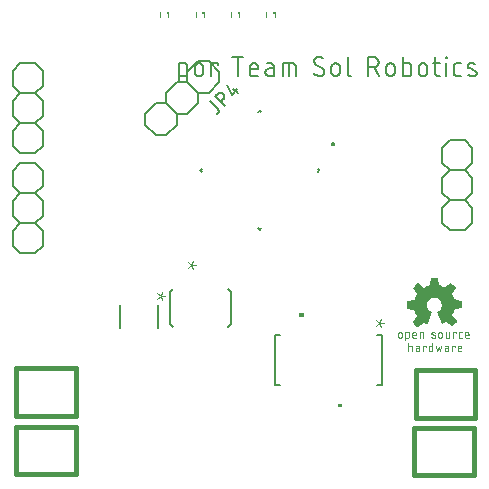
<source format=gbr>
G04 EAGLE Gerber RS-274X export*
G75*
%MOMM*%
%FSLAX34Y34*%
%LPD*%
%INSilkscreen Top*%
%IPPOS*%
%AMOC8*
5,1,8,0,0,1.08239X$1,22.5*%
G01*
%ADD10C,0.152400*%
%ADD11C,0.050800*%
%ADD12C,0.200000*%
%ADD13C,0.127000*%
%ADD14C,0.076200*%
%ADD15C,0.101600*%
%ADD16R,0.225000X0.250000*%
%ADD17C,0.406400*%

G36*
X354519Y135269D02*
X354519Y135269D01*
X354572Y135268D01*
X354595Y135279D01*
X354606Y135281D01*
X354616Y135289D01*
X354646Y135303D01*
X359727Y138773D01*
X362514Y137319D01*
X362547Y137313D01*
X362577Y137297D01*
X362615Y137299D01*
X362652Y137292D01*
X362684Y137304D01*
X362717Y137306D01*
X362748Y137328D01*
X362784Y137342D01*
X362804Y137369D01*
X362831Y137389D01*
X362864Y137450D01*
X362868Y137455D01*
X362868Y137457D01*
X362870Y137460D01*
X366426Y147620D01*
X366430Y147690D01*
X366434Y147760D01*
X366434Y147761D01*
X366400Y147821D01*
X366366Y147883D01*
X366365Y147884D01*
X366363Y147885D01*
X366300Y147930D01*
X365062Y148550D01*
X364007Y149403D01*
X363848Y149601D01*
X363158Y150462D01*
X362556Y151678D01*
X362229Y152995D01*
X362191Y154352D01*
X362444Y155685D01*
X362977Y156933D01*
X363765Y158038D01*
X364771Y158949D01*
X365949Y159623D01*
X367243Y160030D01*
X368596Y160149D01*
X369904Y159989D01*
X371152Y159565D01*
X372288Y158895D01*
X373264Y158007D01*
X374037Y156940D01*
X374577Y155737D01*
X374861Y154449D01*
X374875Y153131D01*
X374621Y151837D01*
X374108Y150622D01*
X373358Y149537D01*
X372403Y148628D01*
X371261Y147919D01*
X371218Y147872D01*
X371173Y147827D01*
X371171Y147820D01*
X371166Y147815D01*
X371155Y147752D01*
X371141Y147690D01*
X371143Y147681D01*
X371142Y147676D01*
X371146Y147666D01*
X371159Y147610D01*
X375096Y137704D01*
X375107Y137690D01*
X375111Y137673D01*
X375149Y137636D01*
X375182Y137593D01*
X375199Y137587D01*
X375212Y137575D01*
X375264Y137564D01*
X375315Y137545D01*
X375332Y137549D01*
X375349Y137545D01*
X375428Y137564D01*
X376952Y138199D01*
X376962Y138207D01*
X376995Y138222D01*
X378376Y139142D01*
X383314Y135686D01*
X383367Y135668D01*
X383417Y135643D01*
X383432Y135645D01*
X383447Y135640D01*
X383501Y135653D01*
X383557Y135659D01*
X383575Y135671D01*
X383584Y135673D01*
X383593Y135682D01*
X383626Y135702D01*
X384642Y136591D01*
X384645Y136596D01*
X384654Y136603D01*
X385543Y137492D01*
X385546Y137496D01*
X385553Y137503D01*
X386569Y138646D01*
X386572Y138651D01*
X386580Y138659D01*
X387469Y139802D01*
X387487Y139846D01*
X387512Y139887D01*
X387512Y139910D01*
X387521Y139932D01*
X387512Y139980D01*
X387512Y140028D01*
X387497Y140059D01*
X387495Y140071D01*
X387488Y140079D01*
X387477Y140101D01*
X383886Y145302D01*
X384694Y146687D01*
X384697Y146700D01*
X384715Y146735D01*
X385223Y148259D01*
X385224Y148266D01*
X385229Y148278D01*
X385697Y150151D01*
X391760Y151265D01*
X391816Y151293D01*
X391874Y151318D01*
X391879Y151324D01*
X391886Y151328D01*
X391919Y151382D01*
X391954Y151434D01*
X391956Y151444D01*
X391959Y151449D01*
X391958Y151460D01*
X391967Y151514D01*
X391967Y154435D01*
X391965Y154442D01*
X391966Y154458D01*
X391839Y155855D01*
X391839Y155856D01*
X391839Y155857D01*
X391712Y157127D01*
X391693Y157175D01*
X391682Y157224D01*
X391667Y157239D01*
X391660Y157258D01*
X391618Y157288D01*
X391582Y157324D01*
X391555Y157334D01*
X391545Y157340D01*
X391534Y157341D01*
X391506Y157351D01*
X385434Y158466D01*
X384971Y159970D01*
X384966Y159979D01*
X384960Y160001D01*
X384325Y161398D01*
X384319Y161404D01*
X384313Y161421D01*
X383428Y162938D01*
X383373Y163048D01*
X386840Y167876D01*
X386857Y167925D01*
X386882Y167971D01*
X386880Y167991D01*
X386887Y168009D01*
X386875Y168060D01*
X386872Y168111D01*
X386858Y168135D01*
X386856Y168147D01*
X386847Y168155D01*
X386832Y168182D01*
X385816Y169452D01*
X385808Y169457D01*
X385797Y169473D01*
X384527Y170743D01*
X384522Y170746D01*
X384515Y170755D01*
X383499Y171644D01*
X383491Y171647D01*
X383479Y171659D01*
X382590Y172294D01*
X382548Y172309D01*
X382511Y172332D01*
X382483Y172332D01*
X382457Y172341D01*
X382414Y172331D01*
X382370Y172330D01*
X382332Y172312D01*
X382320Y172309D01*
X382314Y172303D01*
X382297Y172295D01*
X377220Y168704D01*
X376216Y169261D01*
X376209Y169263D01*
X376196Y169271D01*
X373910Y170287D01*
X373897Y170289D01*
X373862Y170303D01*
X372883Y170521D01*
X371770Y176579D01*
X371746Y176626D01*
X371730Y176676D01*
X371715Y176688D01*
X371707Y176705D01*
X371662Y176732D01*
X371621Y176766D01*
X371596Y176772D01*
X371586Y176778D01*
X371574Y176777D01*
X371542Y176785D01*
X370018Y176912D01*
X370011Y176911D01*
X369997Y176913D01*
X367076Y176913D01*
X367068Y176911D01*
X367051Y176912D01*
X365781Y176785D01*
X365732Y176765D01*
X365680Y176753D01*
X365667Y176739D01*
X365650Y176733D01*
X365619Y176690D01*
X365582Y176652D01*
X365574Y176627D01*
X365568Y176618D01*
X365567Y176606D01*
X365556Y176575D01*
X364565Y170629D01*
X362805Y170042D01*
X362801Y170039D01*
X362791Y170037D01*
X361521Y169529D01*
X361513Y169523D01*
X361489Y169514D01*
X359853Y168579D01*
X354906Y172166D01*
X354858Y172183D01*
X354813Y172208D01*
X354793Y172207D01*
X354773Y172214D01*
X354723Y172203D01*
X354673Y172200D01*
X354647Y172186D01*
X354635Y172183D01*
X354627Y172175D01*
X354602Y172161D01*
X353459Y171272D01*
X353453Y171264D01*
X353435Y171251D01*
X352165Y169981D01*
X352162Y169977D01*
X352155Y169970D01*
X351143Y168833D01*
X350514Y168203D01*
X350484Y168148D01*
X350450Y168096D01*
X350450Y168087D01*
X350446Y168080D01*
X350450Y168017D01*
X350449Y167955D01*
X350454Y167945D01*
X350454Y167939D01*
X350461Y167930D01*
X350484Y167881D01*
X353948Y162808D01*
X353270Y161677D01*
X353268Y161669D01*
X353257Y161653D01*
X352495Y160002D01*
X352493Y159990D01*
X352481Y159963D01*
X352104Y158583D01*
X351785Y157838D01*
X345699Y156844D01*
X345640Y156816D01*
X345580Y156790D01*
X345577Y156786D01*
X345572Y156783D01*
X345537Y156728D01*
X345500Y156674D01*
X345499Y156667D01*
X345497Y156664D01*
X345497Y156655D01*
X345487Y156594D01*
X345487Y151006D01*
X345505Y150943D01*
X345521Y150880D01*
X345524Y150876D01*
X345526Y150871D01*
X345575Y150827D01*
X345622Y150782D01*
X345629Y150780D01*
X345631Y150777D01*
X345640Y150776D01*
X345699Y150756D01*
X351764Y149766D01*
X352228Y148142D01*
X352228Y148141D01*
X352228Y148139D01*
X352609Y146869D01*
X352616Y146859D01*
X352626Y146829D01*
X353134Y145813D01*
X353137Y145809D01*
X353141Y145798D01*
X353947Y144417D01*
X350361Y139471D01*
X350341Y139415D01*
X350316Y139362D01*
X350318Y139350D01*
X350313Y139338D01*
X350325Y139284D01*
X350325Y139280D01*
X350327Y139275D01*
X350333Y139222D01*
X350342Y139208D01*
X350344Y139200D01*
X350353Y139191D01*
X350377Y139154D01*
X351393Y138011D01*
X351397Y138008D01*
X351403Y138000D01*
X352292Y137111D01*
X352296Y137108D01*
X352303Y137101D01*
X353446Y136085D01*
X353447Y136084D01*
X353449Y136082D01*
X354338Y135320D01*
X354387Y135298D01*
X354431Y135269D01*
X354450Y135269D01*
X354466Y135261D01*
X354519Y135269D01*
G37*
G36*
X258157Y143903D02*
X258157Y143903D01*
X258159Y143902D01*
X258202Y143922D01*
X258246Y143940D01*
X258246Y143942D01*
X258248Y143943D01*
X258281Y144028D01*
X258281Y146568D01*
X258280Y146570D01*
X258281Y146572D01*
X258261Y146615D01*
X258243Y146659D01*
X258241Y146659D01*
X258240Y146661D01*
X258155Y146694D01*
X254345Y146694D01*
X254343Y146693D01*
X254341Y146694D01*
X254298Y146674D01*
X254254Y146656D01*
X254254Y146654D01*
X254252Y146653D01*
X254219Y146568D01*
X254219Y144028D01*
X254220Y144026D01*
X254219Y144024D01*
X254239Y143981D01*
X254257Y143937D01*
X254259Y143937D01*
X254260Y143935D01*
X254345Y143902D01*
X258155Y143902D01*
X258157Y143903D01*
G37*
G36*
X290657Y67307D02*
X290657Y67307D01*
X290659Y67306D01*
X290702Y67326D01*
X290746Y67344D01*
X290746Y67346D01*
X290748Y67347D01*
X290781Y67432D01*
X290781Y69972D01*
X290780Y69974D01*
X290781Y69976D01*
X290761Y70019D01*
X290743Y70063D01*
X290741Y70063D01*
X290740Y70065D01*
X290655Y70098D01*
X286845Y70098D01*
X286843Y70097D01*
X286841Y70098D01*
X286798Y70078D01*
X286754Y70060D01*
X286754Y70058D01*
X286752Y70057D01*
X286719Y69972D01*
X286719Y67432D01*
X286720Y67430D01*
X286719Y67428D01*
X286739Y67385D01*
X286757Y67341D01*
X286759Y67341D01*
X286760Y67339D01*
X286845Y67306D01*
X290655Y67306D01*
X290657Y67307D01*
G37*
D10*
X152298Y342343D02*
X152298Y358599D01*
X156814Y358599D01*
X156918Y358597D01*
X157021Y358591D01*
X157125Y358581D01*
X157228Y358567D01*
X157330Y358549D01*
X157431Y358528D01*
X157532Y358502D01*
X157631Y358473D01*
X157730Y358440D01*
X157827Y358403D01*
X157922Y358362D01*
X158016Y358318D01*
X158108Y358270D01*
X158198Y358219D01*
X158287Y358164D01*
X158373Y358106D01*
X158456Y358044D01*
X158538Y357980D01*
X158616Y357912D01*
X158692Y357842D01*
X158766Y357769D01*
X158836Y357692D01*
X158904Y357614D01*
X158968Y357532D01*
X159030Y357449D01*
X159088Y357363D01*
X159143Y357274D01*
X159194Y357184D01*
X159242Y357092D01*
X159286Y356998D01*
X159327Y356903D01*
X159364Y356806D01*
X159397Y356707D01*
X159426Y356608D01*
X159452Y356507D01*
X159473Y356406D01*
X159491Y356304D01*
X159505Y356201D01*
X159515Y356097D01*
X159521Y355994D01*
X159523Y355890D01*
X159523Y350471D01*
X159521Y350370D01*
X159515Y350269D01*
X159506Y350168D01*
X159493Y350067D01*
X159476Y349967D01*
X159455Y349868D01*
X159431Y349770D01*
X159403Y349673D01*
X159371Y349576D01*
X159336Y349481D01*
X159297Y349388D01*
X159255Y349296D01*
X159209Y349205D01*
X159160Y349117D01*
X159108Y349030D01*
X159052Y348945D01*
X158994Y348862D01*
X158932Y348782D01*
X158867Y348704D01*
X158800Y348628D01*
X158730Y348555D01*
X158657Y348485D01*
X158581Y348418D01*
X158503Y348353D01*
X158423Y348291D01*
X158340Y348233D01*
X158255Y348177D01*
X158169Y348125D01*
X158080Y348076D01*
X157989Y348030D01*
X157897Y347988D01*
X157804Y347949D01*
X157709Y347914D01*
X157612Y347882D01*
X157515Y347854D01*
X157417Y347830D01*
X157318Y347809D01*
X157218Y347792D01*
X157117Y347779D01*
X157016Y347770D01*
X156915Y347764D01*
X156814Y347762D01*
X152298Y347762D01*
X165772Y351374D02*
X165772Y354987D01*
X165774Y355106D01*
X165780Y355226D01*
X165790Y355345D01*
X165804Y355463D01*
X165821Y355582D01*
X165843Y355699D01*
X165868Y355816D01*
X165898Y355931D01*
X165931Y356046D01*
X165968Y356160D01*
X166008Y356272D01*
X166053Y356383D01*
X166101Y356492D01*
X166152Y356600D01*
X166207Y356706D01*
X166266Y356810D01*
X166328Y356912D01*
X166393Y357012D01*
X166462Y357110D01*
X166534Y357206D01*
X166609Y357299D01*
X166686Y357389D01*
X166767Y357477D01*
X166851Y357562D01*
X166938Y357644D01*
X167027Y357724D01*
X167119Y357800D01*
X167213Y357874D01*
X167310Y357944D01*
X167408Y358011D01*
X167509Y358075D01*
X167613Y358135D01*
X167718Y358192D01*
X167825Y358245D01*
X167933Y358295D01*
X168043Y358341D01*
X168155Y358383D01*
X168268Y358422D01*
X168382Y358457D01*
X168497Y358488D01*
X168614Y358516D01*
X168731Y358539D01*
X168848Y358559D01*
X168967Y358575D01*
X169086Y358587D01*
X169205Y358595D01*
X169324Y358599D01*
X169444Y358599D01*
X169563Y358595D01*
X169682Y358587D01*
X169801Y358575D01*
X169920Y358559D01*
X170037Y358539D01*
X170154Y358516D01*
X170271Y358488D01*
X170386Y358457D01*
X170500Y358422D01*
X170613Y358383D01*
X170725Y358341D01*
X170835Y358295D01*
X170943Y358245D01*
X171050Y358192D01*
X171155Y358135D01*
X171259Y358075D01*
X171360Y358011D01*
X171458Y357944D01*
X171555Y357874D01*
X171649Y357800D01*
X171741Y357724D01*
X171830Y357644D01*
X171917Y357562D01*
X172001Y357477D01*
X172082Y357389D01*
X172159Y357299D01*
X172234Y357206D01*
X172306Y357110D01*
X172375Y357012D01*
X172440Y356912D01*
X172502Y356810D01*
X172561Y356706D01*
X172616Y356600D01*
X172667Y356492D01*
X172715Y356383D01*
X172760Y356272D01*
X172800Y356160D01*
X172837Y356046D01*
X172870Y355931D01*
X172900Y355816D01*
X172925Y355699D01*
X172947Y355582D01*
X172964Y355463D01*
X172978Y355345D01*
X172988Y355226D01*
X172994Y355106D01*
X172996Y354987D01*
X172997Y354987D02*
X172997Y351374D01*
X172996Y351374D02*
X172994Y351255D01*
X172988Y351135D01*
X172978Y351016D01*
X172964Y350898D01*
X172947Y350779D01*
X172925Y350662D01*
X172900Y350545D01*
X172870Y350430D01*
X172837Y350315D01*
X172800Y350201D01*
X172760Y350089D01*
X172715Y349978D01*
X172667Y349869D01*
X172616Y349761D01*
X172561Y349655D01*
X172502Y349551D01*
X172440Y349449D01*
X172375Y349349D01*
X172306Y349251D01*
X172234Y349155D01*
X172159Y349062D01*
X172082Y348972D01*
X172001Y348884D01*
X171917Y348799D01*
X171830Y348717D01*
X171741Y348637D01*
X171649Y348561D01*
X171555Y348487D01*
X171458Y348417D01*
X171360Y348350D01*
X171259Y348286D01*
X171155Y348226D01*
X171050Y348169D01*
X170943Y348116D01*
X170835Y348066D01*
X170725Y348020D01*
X170613Y347978D01*
X170500Y347939D01*
X170386Y347904D01*
X170271Y347873D01*
X170154Y347845D01*
X170037Y347822D01*
X169920Y347802D01*
X169801Y347786D01*
X169682Y347774D01*
X169563Y347766D01*
X169444Y347762D01*
X169324Y347762D01*
X169205Y347766D01*
X169086Y347774D01*
X168967Y347786D01*
X168848Y347802D01*
X168731Y347822D01*
X168614Y347845D01*
X168497Y347873D01*
X168382Y347904D01*
X168268Y347939D01*
X168155Y347978D01*
X168043Y348020D01*
X167933Y348066D01*
X167825Y348116D01*
X167718Y348169D01*
X167613Y348226D01*
X167509Y348286D01*
X167408Y348350D01*
X167310Y348417D01*
X167213Y348487D01*
X167119Y348561D01*
X167027Y348637D01*
X166938Y348717D01*
X166851Y348799D01*
X166767Y348884D01*
X166686Y348972D01*
X166609Y349062D01*
X166534Y349155D01*
X166462Y349251D01*
X166393Y349349D01*
X166328Y349449D01*
X166266Y349551D01*
X166207Y349655D01*
X166152Y349761D01*
X166101Y349869D01*
X166053Y349978D01*
X166008Y350089D01*
X165968Y350201D01*
X165931Y350315D01*
X165898Y350430D01*
X165868Y350545D01*
X165843Y350662D01*
X165821Y350779D01*
X165804Y350898D01*
X165790Y351016D01*
X165780Y351135D01*
X165774Y351255D01*
X165772Y351374D01*
X179925Y347762D02*
X179925Y358599D01*
X185344Y358599D01*
X185344Y356793D01*
X202210Y364018D02*
X202210Y347762D01*
X197694Y364018D02*
X206725Y364018D01*
X214854Y347762D02*
X219369Y347762D01*
X214854Y347762D02*
X214753Y347764D01*
X214652Y347770D01*
X214551Y347779D01*
X214450Y347792D01*
X214350Y347809D01*
X214251Y347830D01*
X214153Y347854D01*
X214056Y347882D01*
X213959Y347914D01*
X213864Y347949D01*
X213771Y347988D01*
X213679Y348030D01*
X213588Y348076D01*
X213500Y348125D01*
X213413Y348177D01*
X213328Y348233D01*
X213245Y348291D01*
X213165Y348353D01*
X213087Y348418D01*
X213011Y348485D01*
X212938Y348555D01*
X212868Y348628D01*
X212801Y348704D01*
X212736Y348782D01*
X212674Y348862D01*
X212616Y348945D01*
X212560Y349030D01*
X212508Y349117D01*
X212459Y349205D01*
X212413Y349296D01*
X212371Y349388D01*
X212332Y349481D01*
X212297Y349576D01*
X212265Y349673D01*
X212237Y349770D01*
X212213Y349868D01*
X212192Y349967D01*
X212175Y350067D01*
X212162Y350168D01*
X212153Y350269D01*
X212147Y350370D01*
X212145Y350471D01*
X212145Y354987D01*
X212147Y355106D01*
X212153Y355226D01*
X212163Y355345D01*
X212177Y355463D01*
X212194Y355582D01*
X212216Y355699D01*
X212241Y355816D01*
X212271Y355931D01*
X212304Y356046D01*
X212341Y356160D01*
X212381Y356272D01*
X212426Y356383D01*
X212474Y356492D01*
X212525Y356600D01*
X212580Y356706D01*
X212639Y356810D01*
X212701Y356912D01*
X212766Y357012D01*
X212835Y357110D01*
X212907Y357206D01*
X212982Y357299D01*
X213059Y357389D01*
X213140Y357477D01*
X213224Y357562D01*
X213311Y357644D01*
X213400Y357724D01*
X213492Y357800D01*
X213586Y357874D01*
X213683Y357944D01*
X213781Y358011D01*
X213882Y358075D01*
X213986Y358135D01*
X214091Y358192D01*
X214198Y358245D01*
X214306Y358295D01*
X214416Y358341D01*
X214528Y358383D01*
X214641Y358422D01*
X214755Y358457D01*
X214870Y358488D01*
X214987Y358516D01*
X215104Y358539D01*
X215221Y358559D01*
X215340Y358575D01*
X215459Y358587D01*
X215578Y358595D01*
X215697Y358599D01*
X215817Y358599D01*
X215936Y358595D01*
X216055Y358587D01*
X216174Y358575D01*
X216293Y358559D01*
X216410Y358539D01*
X216527Y358516D01*
X216644Y358488D01*
X216759Y358457D01*
X216873Y358422D01*
X216986Y358383D01*
X217098Y358341D01*
X217208Y358295D01*
X217316Y358245D01*
X217423Y358192D01*
X217528Y358135D01*
X217632Y358075D01*
X217733Y358011D01*
X217831Y357944D01*
X217928Y357874D01*
X218022Y357800D01*
X218114Y357724D01*
X218203Y357644D01*
X218290Y357562D01*
X218374Y357477D01*
X218455Y357389D01*
X218532Y357299D01*
X218607Y357206D01*
X218679Y357110D01*
X218748Y357012D01*
X218813Y356912D01*
X218875Y356810D01*
X218934Y356706D01*
X218989Y356600D01*
X219040Y356492D01*
X219088Y356383D01*
X219133Y356272D01*
X219173Y356160D01*
X219210Y356046D01*
X219243Y355931D01*
X219273Y355816D01*
X219298Y355699D01*
X219320Y355582D01*
X219337Y355463D01*
X219351Y355345D01*
X219361Y355226D01*
X219367Y355106D01*
X219369Y354987D01*
X219369Y353181D01*
X212145Y353181D01*
X228779Y354084D02*
X232843Y354084D01*
X228779Y354084D02*
X228667Y354082D01*
X228556Y354076D01*
X228445Y354066D01*
X228334Y354053D01*
X228224Y354035D01*
X228115Y354013D01*
X228006Y353988D01*
X227898Y353959D01*
X227792Y353926D01*
X227686Y353889D01*
X227582Y353849D01*
X227480Y353805D01*
X227379Y353757D01*
X227280Y353706D01*
X227182Y353651D01*
X227087Y353593D01*
X226994Y353532D01*
X226903Y353467D01*
X226814Y353399D01*
X226728Y353328D01*
X226645Y353255D01*
X226564Y353178D01*
X226485Y353098D01*
X226410Y353016D01*
X226338Y352931D01*
X226268Y352844D01*
X226202Y352754D01*
X226139Y352662D01*
X226079Y352567D01*
X226023Y352471D01*
X225970Y352373D01*
X225921Y352273D01*
X225875Y352171D01*
X225833Y352068D01*
X225794Y351963D01*
X225759Y351857D01*
X225728Y351750D01*
X225701Y351642D01*
X225677Y351533D01*
X225658Y351423D01*
X225642Y351313D01*
X225630Y351202D01*
X225622Y351090D01*
X225618Y350979D01*
X225618Y350867D01*
X225622Y350756D01*
X225630Y350644D01*
X225642Y350533D01*
X225658Y350423D01*
X225677Y350313D01*
X225701Y350204D01*
X225728Y350096D01*
X225759Y349989D01*
X225794Y349883D01*
X225833Y349778D01*
X225875Y349675D01*
X225921Y349573D01*
X225970Y349473D01*
X226023Y349375D01*
X226079Y349279D01*
X226139Y349184D01*
X226202Y349092D01*
X226268Y349002D01*
X226338Y348915D01*
X226410Y348830D01*
X226485Y348748D01*
X226564Y348668D01*
X226645Y348591D01*
X226728Y348518D01*
X226814Y348447D01*
X226903Y348379D01*
X226994Y348314D01*
X227087Y348253D01*
X227182Y348195D01*
X227280Y348140D01*
X227379Y348089D01*
X227480Y348041D01*
X227582Y347997D01*
X227686Y347957D01*
X227792Y347920D01*
X227898Y347887D01*
X228006Y347858D01*
X228115Y347833D01*
X228224Y347811D01*
X228334Y347793D01*
X228445Y347780D01*
X228556Y347770D01*
X228667Y347764D01*
X228779Y347762D01*
X232843Y347762D01*
X232843Y355890D01*
X232841Y355991D01*
X232835Y356092D01*
X232826Y356193D01*
X232813Y356294D01*
X232796Y356394D01*
X232775Y356493D01*
X232751Y356591D01*
X232723Y356688D01*
X232691Y356785D01*
X232656Y356880D01*
X232617Y356973D01*
X232575Y357065D01*
X232529Y357156D01*
X232480Y357245D01*
X232428Y357331D01*
X232372Y357416D01*
X232314Y357499D01*
X232252Y357579D01*
X232187Y357657D01*
X232120Y357733D01*
X232050Y357806D01*
X231977Y357876D01*
X231901Y357943D01*
X231823Y358008D01*
X231743Y358070D01*
X231660Y358128D01*
X231575Y358184D01*
X231489Y358236D01*
X231400Y358285D01*
X231309Y358331D01*
X231217Y358373D01*
X231124Y358412D01*
X231029Y358447D01*
X230932Y358479D01*
X230835Y358507D01*
X230737Y358531D01*
X230638Y358552D01*
X230538Y358569D01*
X230437Y358582D01*
X230336Y358591D01*
X230235Y358597D01*
X230134Y358599D01*
X226521Y358599D01*
X240559Y358599D02*
X240559Y347762D01*
X240559Y358599D02*
X248687Y358599D01*
X248788Y358597D01*
X248889Y358591D01*
X248990Y358582D01*
X249091Y358569D01*
X249191Y358552D01*
X249290Y358531D01*
X249388Y358507D01*
X249485Y358479D01*
X249582Y358447D01*
X249677Y358412D01*
X249770Y358373D01*
X249862Y358331D01*
X249953Y358285D01*
X250042Y358236D01*
X250128Y358184D01*
X250213Y358128D01*
X250296Y358070D01*
X250376Y358008D01*
X250454Y357943D01*
X250530Y357876D01*
X250603Y357806D01*
X250673Y357733D01*
X250740Y357657D01*
X250805Y357579D01*
X250867Y357499D01*
X250925Y357416D01*
X250981Y357331D01*
X251033Y357245D01*
X251082Y357156D01*
X251128Y357065D01*
X251170Y356973D01*
X251209Y356880D01*
X251244Y356785D01*
X251276Y356688D01*
X251304Y356591D01*
X251328Y356493D01*
X251349Y356394D01*
X251366Y356294D01*
X251379Y356193D01*
X251388Y356092D01*
X251394Y355991D01*
X251396Y355890D01*
X251396Y347762D01*
X245977Y347762D02*
X245977Y358599D01*
X271890Y347762D02*
X272008Y347764D01*
X272126Y347770D01*
X272244Y347779D01*
X272361Y347793D01*
X272478Y347810D01*
X272595Y347831D01*
X272710Y347856D01*
X272825Y347885D01*
X272939Y347918D01*
X273051Y347954D01*
X273162Y347994D01*
X273272Y348037D01*
X273381Y348084D01*
X273488Y348134D01*
X273593Y348189D01*
X273696Y348246D01*
X273797Y348307D01*
X273897Y348371D01*
X273994Y348438D01*
X274089Y348508D01*
X274181Y348582D01*
X274272Y348658D01*
X274359Y348738D01*
X274444Y348820D01*
X274526Y348905D01*
X274606Y348992D01*
X274682Y349083D01*
X274756Y349175D01*
X274826Y349270D01*
X274893Y349367D01*
X274957Y349467D01*
X275018Y349568D01*
X275075Y349671D01*
X275130Y349776D01*
X275180Y349883D01*
X275227Y349992D01*
X275270Y350102D01*
X275310Y350213D01*
X275346Y350325D01*
X275379Y350439D01*
X275408Y350554D01*
X275433Y350669D01*
X275454Y350786D01*
X275471Y350903D01*
X275485Y351020D01*
X275494Y351138D01*
X275500Y351256D01*
X275502Y351374D01*
X271890Y347762D02*
X271707Y347764D01*
X271525Y347771D01*
X271343Y347782D01*
X271161Y347797D01*
X270979Y347817D01*
X270798Y347840D01*
X270618Y347869D01*
X270438Y347901D01*
X270259Y347938D01*
X270082Y347979D01*
X269905Y348025D01*
X269729Y348074D01*
X269555Y348128D01*
X269381Y348186D01*
X269210Y348248D01*
X269040Y348314D01*
X268871Y348385D01*
X268704Y348459D01*
X268539Y348537D01*
X268376Y348619D01*
X268215Y348705D01*
X268056Y348795D01*
X267899Y348889D01*
X267745Y348986D01*
X267593Y349087D01*
X267443Y349192D01*
X267296Y349300D01*
X267152Y349411D01*
X267010Y349526D01*
X266871Y349645D01*
X266735Y349767D01*
X266602Y349892D01*
X266472Y350020D01*
X266924Y360406D02*
X266926Y360524D01*
X266932Y360642D01*
X266941Y360760D01*
X266955Y360877D01*
X266972Y360994D01*
X266993Y361111D01*
X267018Y361226D01*
X267047Y361341D01*
X267080Y361455D01*
X267116Y361567D01*
X267156Y361678D01*
X267199Y361788D01*
X267246Y361897D01*
X267296Y362004D01*
X267351Y362109D01*
X267408Y362212D01*
X267469Y362313D01*
X267533Y362413D01*
X267600Y362510D01*
X267670Y362605D01*
X267744Y362697D01*
X267820Y362788D01*
X267900Y362875D01*
X267982Y362960D01*
X268067Y363042D01*
X268154Y363122D01*
X268245Y363198D01*
X268337Y363272D01*
X268432Y363342D01*
X268529Y363409D01*
X268629Y363473D01*
X268730Y363534D01*
X268833Y363592D01*
X268938Y363646D01*
X269045Y363696D01*
X269154Y363743D01*
X269264Y363787D01*
X269375Y363826D01*
X269488Y363862D01*
X269601Y363895D01*
X269716Y363924D01*
X269831Y363949D01*
X269948Y363970D01*
X270065Y363987D01*
X270182Y364001D01*
X270300Y364010D01*
X270418Y364016D01*
X270536Y364018D01*
X270697Y364016D01*
X270859Y364010D01*
X271020Y364001D01*
X271181Y363987D01*
X271341Y363970D01*
X271501Y363949D01*
X271661Y363924D01*
X271820Y363895D01*
X271978Y363863D01*
X272135Y363827D01*
X272291Y363787D01*
X272447Y363743D01*
X272601Y363695D01*
X272754Y363644D01*
X272906Y363590D01*
X273057Y363531D01*
X273206Y363470D01*
X273353Y363404D01*
X273499Y363335D01*
X273644Y363263D01*
X273786Y363187D01*
X273927Y363108D01*
X274066Y363026D01*
X274202Y362940D01*
X274337Y362851D01*
X274470Y362759D01*
X274600Y362663D01*
X268729Y357245D02*
X268628Y357307D01*
X268528Y357372D01*
X268431Y357441D01*
X268336Y357513D01*
X268243Y357587D01*
X268153Y357665D01*
X268065Y357746D01*
X267980Y357829D01*
X267898Y357915D01*
X267819Y358004D01*
X267742Y358095D01*
X267669Y358189D01*
X267598Y358285D01*
X267531Y358383D01*
X267467Y358483D01*
X267406Y358586D01*
X267349Y358690D01*
X267295Y358796D01*
X267245Y358904D01*
X267198Y359013D01*
X267154Y359124D01*
X267114Y359236D01*
X267078Y359350D01*
X267046Y359464D01*
X267017Y359580D01*
X266992Y359696D01*
X266971Y359813D01*
X266954Y359931D01*
X266940Y360049D01*
X266931Y360168D01*
X266925Y360287D01*
X266923Y360406D01*
X273697Y354535D02*
X273798Y354473D01*
X273898Y354408D01*
X273995Y354339D01*
X274090Y354267D01*
X274183Y354193D01*
X274273Y354115D01*
X274361Y354034D01*
X274446Y353951D01*
X274528Y353865D01*
X274607Y353776D01*
X274684Y353685D01*
X274757Y353591D01*
X274828Y353495D01*
X274895Y353397D01*
X274959Y353297D01*
X275020Y353194D01*
X275077Y353090D01*
X275131Y352984D01*
X275181Y352876D01*
X275228Y352767D01*
X275272Y352656D01*
X275312Y352544D01*
X275348Y352430D01*
X275380Y352316D01*
X275409Y352200D01*
X275434Y352084D01*
X275455Y351967D01*
X275472Y351849D01*
X275486Y351731D01*
X275495Y351612D01*
X275501Y351493D01*
X275503Y351374D01*
X273697Y354535D02*
X268730Y357245D01*
X281443Y354987D02*
X281443Y351374D01*
X281443Y354987D02*
X281445Y355106D01*
X281451Y355226D01*
X281461Y355345D01*
X281475Y355463D01*
X281492Y355582D01*
X281514Y355699D01*
X281539Y355816D01*
X281569Y355931D01*
X281602Y356046D01*
X281639Y356160D01*
X281679Y356272D01*
X281724Y356383D01*
X281772Y356492D01*
X281823Y356600D01*
X281878Y356706D01*
X281937Y356810D01*
X281999Y356912D01*
X282064Y357012D01*
X282133Y357110D01*
X282205Y357206D01*
X282280Y357299D01*
X282357Y357389D01*
X282438Y357477D01*
X282522Y357562D01*
X282609Y357644D01*
X282698Y357724D01*
X282790Y357800D01*
X282884Y357874D01*
X282981Y357944D01*
X283079Y358011D01*
X283180Y358075D01*
X283284Y358135D01*
X283389Y358192D01*
X283496Y358245D01*
X283604Y358295D01*
X283714Y358341D01*
X283826Y358383D01*
X283939Y358422D01*
X284053Y358457D01*
X284168Y358488D01*
X284285Y358516D01*
X284402Y358539D01*
X284519Y358559D01*
X284638Y358575D01*
X284757Y358587D01*
X284876Y358595D01*
X284995Y358599D01*
X285115Y358599D01*
X285234Y358595D01*
X285353Y358587D01*
X285472Y358575D01*
X285591Y358559D01*
X285708Y358539D01*
X285825Y358516D01*
X285942Y358488D01*
X286057Y358457D01*
X286171Y358422D01*
X286284Y358383D01*
X286396Y358341D01*
X286506Y358295D01*
X286614Y358245D01*
X286721Y358192D01*
X286826Y358135D01*
X286930Y358075D01*
X287031Y358011D01*
X287129Y357944D01*
X287226Y357874D01*
X287320Y357800D01*
X287412Y357724D01*
X287501Y357644D01*
X287588Y357562D01*
X287672Y357477D01*
X287753Y357389D01*
X287830Y357299D01*
X287905Y357206D01*
X287977Y357110D01*
X288046Y357012D01*
X288111Y356912D01*
X288173Y356810D01*
X288232Y356706D01*
X288287Y356600D01*
X288338Y356492D01*
X288386Y356383D01*
X288431Y356272D01*
X288471Y356160D01*
X288508Y356046D01*
X288541Y355931D01*
X288571Y355816D01*
X288596Y355699D01*
X288618Y355582D01*
X288635Y355463D01*
X288649Y355345D01*
X288659Y355226D01*
X288665Y355106D01*
X288667Y354987D01*
X288668Y354987D02*
X288668Y351374D01*
X288667Y351374D02*
X288665Y351255D01*
X288659Y351135D01*
X288649Y351016D01*
X288635Y350898D01*
X288618Y350779D01*
X288596Y350662D01*
X288571Y350545D01*
X288541Y350430D01*
X288508Y350315D01*
X288471Y350201D01*
X288431Y350089D01*
X288386Y349978D01*
X288338Y349869D01*
X288287Y349761D01*
X288232Y349655D01*
X288173Y349551D01*
X288111Y349449D01*
X288046Y349349D01*
X287977Y349251D01*
X287905Y349155D01*
X287830Y349062D01*
X287753Y348972D01*
X287672Y348884D01*
X287588Y348799D01*
X287501Y348717D01*
X287412Y348637D01*
X287320Y348561D01*
X287226Y348487D01*
X287129Y348417D01*
X287031Y348350D01*
X286930Y348286D01*
X286826Y348226D01*
X286721Y348169D01*
X286614Y348116D01*
X286506Y348066D01*
X286396Y348020D01*
X286284Y347978D01*
X286171Y347939D01*
X286057Y347904D01*
X285942Y347873D01*
X285825Y347845D01*
X285708Y347822D01*
X285591Y347802D01*
X285472Y347786D01*
X285353Y347774D01*
X285234Y347766D01*
X285115Y347762D01*
X284995Y347762D01*
X284876Y347766D01*
X284757Y347774D01*
X284638Y347786D01*
X284519Y347802D01*
X284402Y347822D01*
X284285Y347845D01*
X284168Y347873D01*
X284053Y347904D01*
X283939Y347939D01*
X283826Y347978D01*
X283714Y348020D01*
X283604Y348066D01*
X283496Y348116D01*
X283389Y348169D01*
X283284Y348226D01*
X283180Y348286D01*
X283079Y348350D01*
X282981Y348417D01*
X282884Y348487D01*
X282790Y348561D01*
X282698Y348637D01*
X282609Y348717D01*
X282522Y348799D01*
X282438Y348884D01*
X282357Y348972D01*
X282280Y349062D01*
X282205Y349155D01*
X282133Y349251D01*
X282064Y349349D01*
X281999Y349449D01*
X281937Y349551D01*
X281878Y349655D01*
X281823Y349761D01*
X281772Y349869D01*
X281724Y349978D01*
X281679Y350089D01*
X281639Y350201D01*
X281602Y350315D01*
X281569Y350430D01*
X281539Y350545D01*
X281514Y350662D01*
X281492Y350779D01*
X281475Y350898D01*
X281461Y351016D01*
X281451Y351135D01*
X281445Y351255D01*
X281443Y351374D01*
X295227Y350471D02*
X295227Y364018D01*
X295227Y350471D02*
X295229Y350370D01*
X295235Y350269D01*
X295244Y350168D01*
X295257Y350067D01*
X295274Y349967D01*
X295295Y349868D01*
X295319Y349770D01*
X295347Y349673D01*
X295379Y349576D01*
X295414Y349481D01*
X295453Y349388D01*
X295495Y349296D01*
X295541Y349205D01*
X295590Y349117D01*
X295642Y349030D01*
X295698Y348945D01*
X295756Y348862D01*
X295818Y348782D01*
X295883Y348704D01*
X295950Y348628D01*
X296020Y348555D01*
X296093Y348485D01*
X296169Y348418D01*
X296247Y348353D01*
X296327Y348291D01*
X296410Y348233D01*
X296495Y348177D01*
X296582Y348125D01*
X296670Y348076D01*
X296761Y348030D01*
X296853Y347988D01*
X296946Y347949D01*
X297041Y347914D01*
X297138Y347882D01*
X297235Y347854D01*
X297333Y347830D01*
X297432Y347809D01*
X297532Y347792D01*
X297633Y347779D01*
X297734Y347770D01*
X297835Y347764D01*
X297936Y347762D01*
X312415Y347762D02*
X312415Y364018D01*
X316930Y364018D01*
X317063Y364016D01*
X317195Y364010D01*
X317327Y364000D01*
X317459Y363987D01*
X317591Y363969D01*
X317721Y363948D01*
X317852Y363923D01*
X317981Y363894D01*
X318109Y363861D01*
X318237Y363825D01*
X318363Y363785D01*
X318488Y363741D01*
X318612Y363693D01*
X318734Y363642D01*
X318855Y363587D01*
X318974Y363529D01*
X319092Y363467D01*
X319207Y363402D01*
X319321Y363333D01*
X319432Y363262D01*
X319541Y363186D01*
X319648Y363108D01*
X319753Y363027D01*
X319855Y362942D01*
X319955Y362855D01*
X320052Y362765D01*
X320147Y362672D01*
X320238Y362576D01*
X320327Y362478D01*
X320413Y362377D01*
X320496Y362273D01*
X320576Y362167D01*
X320652Y362059D01*
X320726Y361949D01*
X320796Y361836D01*
X320863Y361722D01*
X320926Y361605D01*
X320986Y361487D01*
X321043Y361367D01*
X321096Y361245D01*
X321145Y361122D01*
X321191Y360998D01*
X321233Y360872D01*
X321271Y360745D01*
X321306Y360617D01*
X321337Y360488D01*
X321364Y360359D01*
X321387Y360228D01*
X321407Y360097D01*
X321422Y359965D01*
X321434Y359833D01*
X321442Y359701D01*
X321446Y359568D01*
X321446Y359436D01*
X321442Y359303D01*
X321434Y359171D01*
X321422Y359039D01*
X321407Y358907D01*
X321387Y358776D01*
X321364Y358645D01*
X321337Y358516D01*
X321306Y358387D01*
X321271Y358259D01*
X321233Y358132D01*
X321191Y358006D01*
X321145Y357882D01*
X321096Y357759D01*
X321043Y357637D01*
X320986Y357517D01*
X320926Y357399D01*
X320863Y357282D01*
X320796Y357168D01*
X320726Y357055D01*
X320652Y356945D01*
X320576Y356837D01*
X320496Y356731D01*
X320413Y356627D01*
X320327Y356526D01*
X320238Y356428D01*
X320147Y356332D01*
X320052Y356239D01*
X319955Y356149D01*
X319855Y356062D01*
X319753Y355977D01*
X319648Y355896D01*
X319541Y355818D01*
X319432Y355742D01*
X319321Y355671D01*
X319207Y355602D01*
X319092Y355537D01*
X318974Y355475D01*
X318855Y355417D01*
X318734Y355362D01*
X318612Y355311D01*
X318488Y355263D01*
X318363Y355219D01*
X318237Y355179D01*
X318109Y355143D01*
X317981Y355110D01*
X317852Y355081D01*
X317721Y355056D01*
X317591Y355035D01*
X317459Y355017D01*
X317327Y355004D01*
X317195Y354994D01*
X317063Y354988D01*
X316930Y354986D01*
X316930Y354987D02*
X312415Y354987D01*
X317834Y354987D02*
X321446Y347762D01*
X327816Y351374D02*
X327816Y354987D01*
X327818Y355106D01*
X327824Y355226D01*
X327834Y355345D01*
X327848Y355463D01*
X327865Y355582D01*
X327887Y355699D01*
X327912Y355816D01*
X327942Y355931D01*
X327975Y356046D01*
X328012Y356160D01*
X328052Y356272D01*
X328097Y356383D01*
X328145Y356492D01*
X328196Y356600D01*
X328251Y356706D01*
X328310Y356810D01*
X328372Y356912D01*
X328437Y357012D01*
X328506Y357110D01*
X328578Y357206D01*
X328653Y357299D01*
X328730Y357389D01*
X328811Y357477D01*
X328895Y357562D01*
X328982Y357644D01*
X329071Y357724D01*
X329163Y357800D01*
X329257Y357874D01*
X329354Y357944D01*
X329452Y358011D01*
X329553Y358075D01*
X329657Y358135D01*
X329762Y358192D01*
X329869Y358245D01*
X329977Y358295D01*
X330087Y358341D01*
X330199Y358383D01*
X330312Y358422D01*
X330426Y358457D01*
X330541Y358488D01*
X330658Y358516D01*
X330775Y358539D01*
X330892Y358559D01*
X331011Y358575D01*
X331130Y358587D01*
X331249Y358595D01*
X331368Y358599D01*
X331488Y358599D01*
X331607Y358595D01*
X331726Y358587D01*
X331845Y358575D01*
X331964Y358559D01*
X332081Y358539D01*
X332198Y358516D01*
X332315Y358488D01*
X332430Y358457D01*
X332544Y358422D01*
X332657Y358383D01*
X332769Y358341D01*
X332879Y358295D01*
X332987Y358245D01*
X333094Y358192D01*
X333199Y358135D01*
X333303Y358075D01*
X333404Y358011D01*
X333502Y357944D01*
X333599Y357874D01*
X333693Y357800D01*
X333785Y357724D01*
X333874Y357644D01*
X333961Y357562D01*
X334045Y357477D01*
X334126Y357389D01*
X334203Y357299D01*
X334278Y357206D01*
X334350Y357110D01*
X334419Y357012D01*
X334484Y356912D01*
X334546Y356810D01*
X334605Y356706D01*
X334660Y356600D01*
X334711Y356492D01*
X334759Y356383D01*
X334804Y356272D01*
X334844Y356160D01*
X334881Y356046D01*
X334914Y355931D01*
X334944Y355816D01*
X334969Y355699D01*
X334991Y355582D01*
X335008Y355463D01*
X335022Y355345D01*
X335032Y355226D01*
X335038Y355106D01*
X335040Y354987D01*
X335041Y354987D02*
X335041Y351374D01*
X335040Y351374D02*
X335038Y351255D01*
X335032Y351135D01*
X335022Y351016D01*
X335008Y350898D01*
X334991Y350779D01*
X334969Y350662D01*
X334944Y350545D01*
X334914Y350430D01*
X334881Y350315D01*
X334844Y350201D01*
X334804Y350089D01*
X334759Y349978D01*
X334711Y349869D01*
X334660Y349761D01*
X334605Y349655D01*
X334546Y349551D01*
X334484Y349449D01*
X334419Y349349D01*
X334350Y349251D01*
X334278Y349155D01*
X334203Y349062D01*
X334126Y348972D01*
X334045Y348884D01*
X333961Y348799D01*
X333874Y348717D01*
X333785Y348637D01*
X333693Y348561D01*
X333599Y348487D01*
X333502Y348417D01*
X333404Y348350D01*
X333303Y348286D01*
X333199Y348226D01*
X333094Y348169D01*
X332987Y348116D01*
X332879Y348066D01*
X332769Y348020D01*
X332657Y347978D01*
X332544Y347939D01*
X332430Y347904D01*
X332315Y347873D01*
X332198Y347845D01*
X332081Y347822D01*
X331964Y347802D01*
X331845Y347786D01*
X331726Y347774D01*
X331607Y347766D01*
X331488Y347762D01*
X331368Y347762D01*
X331249Y347766D01*
X331130Y347774D01*
X331011Y347786D01*
X330892Y347802D01*
X330775Y347822D01*
X330658Y347845D01*
X330541Y347873D01*
X330426Y347904D01*
X330312Y347939D01*
X330199Y347978D01*
X330087Y348020D01*
X329977Y348066D01*
X329869Y348116D01*
X329762Y348169D01*
X329657Y348226D01*
X329553Y348286D01*
X329452Y348350D01*
X329354Y348417D01*
X329257Y348487D01*
X329163Y348561D01*
X329071Y348637D01*
X328982Y348717D01*
X328895Y348799D01*
X328811Y348884D01*
X328730Y348972D01*
X328653Y349062D01*
X328578Y349155D01*
X328506Y349251D01*
X328437Y349349D01*
X328372Y349449D01*
X328310Y349551D01*
X328251Y349655D01*
X328196Y349761D01*
X328145Y349869D01*
X328097Y349978D01*
X328052Y350089D01*
X328012Y350201D01*
X327975Y350315D01*
X327942Y350430D01*
X327912Y350545D01*
X327887Y350662D01*
X327865Y350779D01*
X327848Y350898D01*
X327834Y351016D01*
X327824Y351135D01*
X327818Y351255D01*
X327816Y351374D01*
X341957Y347762D02*
X341957Y364018D01*
X341957Y347762D02*
X346473Y347762D01*
X346577Y347764D01*
X346680Y347770D01*
X346784Y347780D01*
X346887Y347794D01*
X346989Y347812D01*
X347090Y347833D01*
X347191Y347859D01*
X347290Y347888D01*
X347389Y347921D01*
X347486Y347958D01*
X347581Y347999D01*
X347675Y348043D01*
X347767Y348091D01*
X347857Y348142D01*
X347946Y348197D01*
X348032Y348255D01*
X348115Y348317D01*
X348197Y348381D01*
X348275Y348449D01*
X348351Y348519D01*
X348425Y348592D01*
X348495Y348669D01*
X348563Y348747D01*
X348627Y348829D01*
X348689Y348912D01*
X348747Y348998D01*
X348802Y349087D01*
X348853Y349177D01*
X348901Y349269D01*
X348945Y349363D01*
X348986Y349458D01*
X349023Y349555D01*
X349056Y349654D01*
X349085Y349753D01*
X349111Y349854D01*
X349132Y349955D01*
X349150Y350057D01*
X349164Y350160D01*
X349174Y350264D01*
X349180Y350367D01*
X349182Y350471D01*
X349182Y355890D01*
X349180Y355991D01*
X349174Y356092D01*
X349165Y356193D01*
X349152Y356294D01*
X349135Y356394D01*
X349114Y356493D01*
X349090Y356591D01*
X349062Y356688D01*
X349030Y356785D01*
X348995Y356880D01*
X348956Y356973D01*
X348914Y357065D01*
X348868Y357156D01*
X348819Y357245D01*
X348767Y357331D01*
X348711Y357416D01*
X348653Y357499D01*
X348591Y357579D01*
X348526Y357657D01*
X348459Y357733D01*
X348389Y357806D01*
X348316Y357876D01*
X348240Y357943D01*
X348162Y358008D01*
X348082Y358070D01*
X347999Y358128D01*
X347914Y358184D01*
X347828Y358236D01*
X347739Y358285D01*
X347648Y358331D01*
X347556Y358373D01*
X347463Y358412D01*
X347368Y358447D01*
X347271Y358479D01*
X347174Y358507D01*
X347076Y358531D01*
X346977Y358552D01*
X346877Y358569D01*
X346776Y358582D01*
X346675Y358591D01*
X346574Y358597D01*
X346473Y358599D01*
X341957Y358599D01*
X355431Y354987D02*
X355431Y351374D01*
X355431Y354987D02*
X355433Y355106D01*
X355439Y355226D01*
X355449Y355345D01*
X355463Y355463D01*
X355480Y355582D01*
X355502Y355699D01*
X355527Y355816D01*
X355557Y355931D01*
X355590Y356046D01*
X355627Y356160D01*
X355667Y356272D01*
X355712Y356383D01*
X355760Y356492D01*
X355811Y356600D01*
X355866Y356706D01*
X355925Y356810D01*
X355987Y356912D01*
X356052Y357012D01*
X356121Y357110D01*
X356193Y357206D01*
X356268Y357299D01*
X356345Y357389D01*
X356426Y357477D01*
X356510Y357562D01*
X356597Y357644D01*
X356686Y357724D01*
X356778Y357800D01*
X356872Y357874D01*
X356969Y357944D01*
X357067Y358011D01*
X357168Y358075D01*
X357272Y358135D01*
X357377Y358192D01*
X357484Y358245D01*
X357592Y358295D01*
X357702Y358341D01*
X357814Y358383D01*
X357927Y358422D01*
X358041Y358457D01*
X358156Y358488D01*
X358273Y358516D01*
X358390Y358539D01*
X358507Y358559D01*
X358626Y358575D01*
X358745Y358587D01*
X358864Y358595D01*
X358983Y358599D01*
X359103Y358599D01*
X359222Y358595D01*
X359341Y358587D01*
X359460Y358575D01*
X359579Y358559D01*
X359696Y358539D01*
X359813Y358516D01*
X359930Y358488D01*
X360045Y358457D01*
X360159Y358422D01*
X360272Y358383D01*
X360384Y358341D01*
X360494Y358295D01*
X360602Y358245D01*
X360709Y358192D01*
X360814Y358135D01*
X360918Y358075D01*
X361019Y358011D01*
X361117Y357944D01*
X361214Y357874D01*
X361308Y357800D01*
X361400Y357724D01*
X361489Y357644D01*
X361576Y357562D01*
X361660Y357477D01*
X361741Y357389D01*
X361818Y357299D01*
X361893Y357206D01*
X361965Y357110D01*
X362034Y357012D01*
X362099Y356912D01*
X362161Y356810D01*
X362220Y356706D01*
X362275Y356600D01*
X362326Y356492D01*
X362374Y356383D01*
X362419Y356272D01*
X362459Y356160D01*
X362496Y356046D01*
X362529Y355931D01*
X362559Y355816D01*
X362584Y355699D01*
X362606Y355582D01*
X362623Y355463D01*
X362637Y355345D01*
X362647Y355226D01*
X362653Y355106D01*
X362655Y354987D01*
X362656Y354987D02*
X362656Y351374D01*
X362655Y351374D02*
X362653Y351255D01*
X362647Y351135D01*
X362637Y351016D01*
X362623Y350898D01*
X362606Y350779D01*
X362584Y350662D01*
X362559Y350545D01*
X362529Y350430D01*
X362496Y350315D01*
X362459Y350201D01*
X362419Y350089D01*
X362374Y349978D01*
X362326Y349869D01*
X362275Y349761D01*
X362220Y349655D01*
X362161Y349551D01*
X362099Y349449D01*
X362034Y349349D01*
X361965Y349251D01*
X361893Y349155D01*
X361818Y349062D01*
X361741Y348972D01*
X361660Y348884D01*
X361576Y348799D01*
X361489Y348717D01*
X361400Y348637D01*
X361308Y348561D01*
X361214Y348487D01*
X361117Y348417D01*
X361019Y348350D01*
X360918Y348286D01*
X360814Y348226D01*
X360709Y348169D01*
X360602Y348116D01*
X360494Y348066D01*
X360384Y348020D01*
X360272Y347978D01*
X360159Y347939D01*
X360045Y347904D01*
X359930Y347873D01*
X359813Y347845D01*
X359696Y347822D01*
X359579Y347802D01*
X359460Y347786D01*
X359341Y347774D01*
X359222Y347766D01*
X359103Y347762D01*
X358983Y347762D01*
X358864Y347766D01*
X358745Y347774D01*
X358626Y347786D01*
X358507Y347802D01*
X358390Y347822D01*
X358273Y347845D01*
X358156Y347873D01*
X358041Y347904D01*
X357927Y347939D01*
X357814Y347978D01*
X357702Y348020D01*
X357592Y348066D01*
X357484Y348116D01*
X357377Y348169D01*
X357272Y348226D01*
X357168Y348286D01*
X357067Y348350D01*
X356969Y348417D01*
X356872Y348487D01*
X356778Y348561D01*
X356686Y348637D01*
X356597Y348717D01*
X356510Y348799D01*
X356426Y348884D01*
X356345Y348972D01*
X356268Y349062D01*
X356193Y349155D01*
X356121Y349251D01*
X356052Y349349D01*
X355987Y349449D01*
X355925Y349551D01*
X355866Y349655D01*
X355811Y349761D01*
X355760Y349869D01*
X355712Y349978D01*
X355667Y350089D01*
X355627Y350201D01*
X355590Y350315D01*
X355557Y350430D01*
X355527Y350545D01*
X355502Y350662D01*
X355480Y350779D01*
X355463Y350898D01*
X355449Y351016D01*
X355439Y351135D01*
X355433Y351255D01*
X355431Y351374D01*
X367681Y358599D02*
X373099Y358599D01*
X369487Y364018D02*
X369487Y350471D01*
X369489Y350370D01*
X369495Y350269D01*
X369504Y350168D01*
X369517Y350067D01*
X369534Y349967D01*
X369555Y349868D01*
X369579Y349770D01*
X369607Y349673D01*
X369639Y349576D01*
X369674Y349481D01*
X369713Y349388D01*
X369755Y349296D01*
X369801Y349205D01*
X369850Y349117D01*
X369902Y349030D01*
X369958Y348945D01*
X370016Y348862D01*
X370078Y348782D01*
X370143Y348704D01*
X370210Y348628D01*
X370280Y348555D01*
X370353Y348485D01*
X370429Y348418D01*
X370507Y348353D01*
X370587Y348291D01*
X370670Y348233D01*
X370755Y348177D01*
X370842Y348125D01*
X370930Y348076D01*
X371021Y348030D01*
X371113Y347988D01*
X371206Y347949D01*
X371301Y347914D01*
X371398Y347882D01*
X371495Y347854D01*
X371593Y347830D01*
X371692Y347809D01*
X371792Y347792D01*
X371893Y347779D01*
X371994Y347770D01*
X372095Y347764D01*
X372196Y347762D01*
X373099Y347762D01*
X378843Y347762D02*
X378843Y358599D01*
X378391Y363115D02*
X378391Y364018D01*
X379294Y364018D01*
X379294Y363115D01*
X378391Y363115D01*
X387857Y347762D02*
X391469Y347762D01*
X387857Y347762D02*
X387756Y347764D01*
X387655Y347770D01*
X387554Y347779D01*
X387453Y347792D01*
X387353Y347809D01*
X387254Y347830D01*
X387156Y347854D01*
X387059Y347882D01*
X386962Y347914D01*
X386867Y347949D01*
X386774Y347988D01*
X386682Y348030D01*
X386591Y348076D01*
X386503Y348125D01*
X386416Y348177D01*
X386331Y348233D01*
X386248Y348291D01*
X386168Y348353D01*
X386090Y348418D01*
X386014Y348485D01*
X385941Y348555D01*
X385871Y348628D01*
X385804Y348704D01*
X385739Y348782D01*
X385677Y348862D01*
X385619Y348945D01*
X385563Y349030D01*
X385511Y349117D01*
X385462Y349205D01*
X385416Y349296D01*
X385374Y349388D01*
X385335Y349481D01*
X385300Y349576D01*
X385268Y349673D01*
X385240Y349770D01*
X385216Y349868D01*
X385195Y349967D01*
X385178Y350067D01*
X385165Y350168D01*
X385156Y350269D01*
X385150Y350370D01*
X385148Y350471D01*
X385148Y355890D01*
X385150Y355991D01*
X385156Y356092D01*
X385165Y356193D01*
X385178Y356294D01*
X385195Y356394D01*
X385216Y356493D01*
X385240Y356591D01*
X385268Y356688D01*
X385300Y356785D01*
X385335Y356880D01*
X385374Y356973D01*
X385416Y357065D01*
X385462Y357156D01*
X385511Y357245D01*
X385563Y357331D01*
X385619Y357416D01*
X385677Y357499D01*
X385739Y357579D01*
X385804Y357657D01*
X385871Y357733D01*
X385941Y357806D01*
X386014Y357876D01*
X386090Y357943D01*
X386168Y358008D01*
X386248Y358070D01*
X386331Y358128D01*
X386416Y358184D01*
X386503Y358236D01*
X386591Y358285D01*
X386682Y358331D01*
X386774Y358373D01*
X386867Y358412D01*
X386962Y358447D01*
X387059Y358479D01*
X387156Y358507D01*
X387254Y358531D01*
X387353Y358552D01*
X387453Y358569D01*
X387554Y358582D01*
X387655Y358591D01*
X387756Y358597D01*
X387857Y358599D01*
X391469Y358599D01*
X398469Y354084D02*
X402984Y352278D01*
X398468Y354084D02*
X398380Y354121D01*
X398294Y354162D01*
X398209Y354206D01*
X398126Y354254D01*
X398046Y354305D01*
X397967Y354359D01*
X397891Y354417D01*
X397817Y354477D01*
X397745Y354541D01*
X397677Y354607D01*
X397611Y354677D01*
X397548Y354748D01*
X397487Y354823D01*
X397430Y354899D01*
X397377Y354978D01*
X397326Y355059D01*
X397279Y355142D01*
X397235Y355227D01*
X397195Y355314D01*
X397158Y355402D01*
X397125Y355492D01*
X397095Y355583D01*
X397070Y355675D01*
X397048Y355768D01*
X397030Y355862D01*
X397015Y355956D01*
X397005Y356051D01*
X396999Y356147D01*
X396996Y356242D01*
X396997Y356338D01*
X397003Y356433D01*
X397012Y356529D01*
X397025Y356623D01*
X397041Y356717D01*
X397062Y356811D01*
X397087Y356903D01*
X397115Y356994D01*
X397147Y357084D01*
X397182Y357173D01*
X397221Y357260D01*
X397264Y357346D01*
X397310Y357430D01*
X397360Y357511D01*
X397412Y357591D01*
X397468Y357669D01*
X397528Y357744D01*
X397590Y357816D01*
X397655Y357886D01*
X397723Y357954D01*
X397793Y358018D01*
X397866Y358080D01*
X397942Y358138D01*
X398020Y358194D01*
X398100Y358246D01*
X398182Y358295D01*
X398266Y358340D01*
X398352Y358382D01*
X398439Y358421D01*
X398528Y358456D01*
X398619Y358487D01*
X398710Y358514D01*
X398803Y358538D01*
X398896Y358558D01*
X398990Y358574D01*
X399085Y358586D01*
X399180Y358595D01*
X399276Y358599D01*
X399371Y358600D01*
X399618Y358593D01*
X399864Y358581D01*
X400110Y358563D01*
X400356Y358538D01*
X400600Y358508D01*
X400844Y358472D01*
X401087Y358431D01*
X401329Y358383D01*
X401570Y358329D01*
X401809Y358270D01*
X402047Y358205D01*
X402283Y358134D01*
X402518Y358058D01*
X402751Y357976D01*
X402981Y357888D01*
X403209Y357795D01*
X403436Y357697D01*
X402985Y352277D02*
X403073Y352240D01*
X403159Y352199D01*
X403244Y352155D01*
X403327Y352107D01*
X403407Y352056D01*
X403486Y352002D01*
X403562Y351944D01*
X403636Y351884D01*
X403708Y351820D01*
X403776Y351754D01*
X403842Y351684D01*
X403905Y351613D01*
X403966Y351538D01*
X404023Y351462D01*
X404076Y351383D01*
X404127Y351302D01*
X404174Y351219D01*
X404218Y351134D01*
X404258Y351047D01*
X404295Y350959D01*
X404328Y350869D01*
X404358Y350778D01*
X404383Y350686D01*
X404405Y350593D01*
X404423Y350499D01*
X404438Y350405D01*
X404448Y350310D01*
X404454Y350214D01*
X404457Y350119D01*
X404456Y350023D01*
X404450Y349928D01*
X404441Y349832D01*
X404428Y349738D01*
X404412Y349644D01*
X404391Y349550D01*
X404366Y349458D01*
X404338Y349367D01*
X404306Y349277D01*
X404271Y349188D01*
X404232Y349101D01*
X404189Y349015D01*
X404143Y348931D01*
X404093Y348850D01*
X404041Y348770D01*
X403985Y348692D01*
X403925Y348617D01*
X403863Y348545D01*
X403798Y348475D01*
X403730Y348407D01*
X403660Y348343D01*
X403587Y348281D01*
X403511Y348223D01*
X403433Y348167D01*
X403353Y348115D01*
X403271Y348066D01*
X403187Y348021D01*
X403101Y347979D01*
X403014Y347940D01*
X402925Y347905D01*
X402834Y347874D01*
X402743Y347847D01*
X402650Y347823D01*
X402557Y347803D01*
X402463Y347787D01*
X402368Y347775D01*
X402273Y347766D01*
X402177Y347762D01*
X402082Y347761D01*
X402081Y347762D02*
X401719Y347771D01*
X401357Y347789D01*
X400996Y347816D01*
X400636Y347851D01*
X400276Y347894D01*
X399917Y347946D01*
X399560Y348007D01*
X399205Y348076D01*
X398851Y348153D01*
X398499Y348239D01*
X398149Y348333D01*
X397801Y348436D01*
X397456Y348546D01*
X397114Y348665D01*
D11*
X337931Y129275D02*
X337931Y127694D01*
X337932Y129275D02*
X337934Y129354D01*
X337940Y129432D01*
X337950Y129510D01*
X337963Y129588D01*
X337981Y129665D01*
X338002Y129741D01*
X338027Y129815D01*
X338056Y129889D01*
X338088Y129961D01*
X338124Y130031D01*
X338164Y130099D01*
X338207Y130165D01*
X338253Y130229D01*
X338302Y130291D01*
X338354Y130350D01*
X338409Y130406D01*
X338467Y130460D01*
X338527Y130510D01*
X338590Y130558D01*
X338655Y130602D01*
X338722Y130643D01*
X338791Y130681D01*
X338862Y130715D01*
X338935Y130746D01*
X339009Y130773D01*
X339084Y130796D01*
X339160Y130815D01*
X339238Y130831D01*
X339316Y130843D01*
X339394Y130851D01*
X339473Y130855D01*
X339551Y130855D01*
X339630Y130851D01*
X339708Y130843D01*
X339786Y130831D01*
X339864Y130815D01*
X339940Y130796D01*
X340015Y130773D01*
X340089Y130746D01*
X340162Y130715D01*
X340233Y130681D01*
X340302Y130643D01*
X340369Y130602D01*
X340434Y130558D01*
X340497Y130510D01*
X340557Y130460D01*
X340615Y130406D01*
X340670Y130350D01*
X340722Y130291D01*
X340771Y130229D01*
X340817Y130165D01*
X340860Y130099D01*
X340900Y130031D01*
X340936Y129961D01*
X340968Y129889D01*
X340997Y129815D01*
X341022Y129741D01*
X341043Y129665D01*
X341061Y129588D01*
X341074Y129510D01*
X341084Y129432D01*
X341090Y129354D01*
X341092Y129275D01*
X341092Y127694D01*
X341090Y127615D01*
X341084Y127537D01*
X341074Y127459D01*
X341061Y127381D01*
X341043Y127304D01*
X341022Y127228D01*
X340997Y127154D01*
X340968Y127080D01*
X340936Y127008D01*
X340900Y126938D01*
X340860Y126870D01*
X340817Y126804D01*
X340771Y126740D01*
X340722Y126678D01*
X340670Y126619D01*
X340615Y126563D01*
X340557Y126509D01*
X340497Y126459D01*
X340434Y126411D01*
X340369Y126367D01*
X340302Y126326D01*
X340233Y126288D01*
X340162Y126254D01*
X340089Y126223D01*
X340015Y126196D01*
X339940Y126173D01*
X339864Y126154D01*
X339786Y126138D01*
X339708Y126126D01*
X339630Y126118D01*
X339551Y126114D01*
X339473Y126114D01*
X339394Y126118D01*
X339316Y126126D01*
X339238Y126138D01*
X339160Y126154D01*
X339084Y126173D01*
X339009Y126196D01*
X338935Y126223D01*
X338862Y126254D01*
X338791Y126288D01*
X338722Y126326D01*
X338655Y126367D01*
X338590Y126411D01*
X338527Y126459D01*
X338467Y126509D01*
X338409Y126563D01*
X338354Y126619D01*
X338302Y126678D01*
X338253Y126740D01*
X338207Y126804D01*
X338164Y126870D01*
X338124Y126938D01*
X338088Y127008D01*
X338056Y127080D01*
X338027Y127154D01*
X338002Y127228D01*
X337981Y127304D01*
X337963Y127381D01*
X337950Y127459D01*
X337940Y127537D01*
X337934Y127615D01*
X337932Y127694D01*
X344136Y130855D02*
X344136Y123743D01*
X344136Y130855D02*
X346111Y130855D01*
X346177Y130853D01*
X346244Y130848D01*
X346309Y130838D01*
X346375Y130825D01*
X346439Y130809D01*
X346502Y130789D01*
X346564Y130765D01*
X346625Y130738D01*
X346684Y130707D01*
X346741Y130673D01*
X346797Y130636D01*
X346850Y130596D01*
X346901Y130554D01*
X346949Y130508D01*
X346995Y130460D01*
X347037Y130409D01*
X347077Y130356D01*
X347114Y130300D01*
X347148Y130243D01*
X347179Y130184D01*
X347206Y130124D01*
X347229Y130061D01*
X347250Y129998D01*
X347266Y129934D01*
X347279Y129869D01*
X347289Y129803D01*
X347294Y129736D01*
X347296Y129670D01*
X347297Y129670D02*
X347297Y127299D01*
X347296Y127299D02*
X347294Y127233D01*
X347289Y127166D01*
X347279Y127101D01*
X347266Y127035D01*
X347250Y126971D01*
X347230Y126908D01*
X347206Y126846D01*
X347179Y126785D01*
X347148Y126726D01*
X347114Y126669D01*
X347077Y126613D01*
X347037Y126560D01*
X346995Y126509D01*
X346949Y126461D01*
X346901Y126415D01*
X346850Y126373D01*
X346797Y126333D01*
X346741Y126296D01*
X346684Y126262D01*
X346625Y126231D01*
X346564Y126204D01*
X346502Y126180D01*
X346439Y126160D01*
X346375Y126144D01*
X346309Y126131D01*
X346244Y126121D01*
X346177Y126116D01*
X346111Y126114D01*
X344136Y126114D01*
X351232Y126114D02*
X353208Y126114D01*
X351232Y126114D02*
X351166Y126116D01*
X351099Y126121D01*
X351034Y126131D01*
X350968Y126144D01*
X350904Y126160D01*
X350841Y126180D01*
X350779Y126204D01*
X350718Y126231D01*
X350659Y126262D01*
X350602Y126296D01*
X350546Y126333D01*
X350493Y126373D01*
X350442Y126415D01*
X350394Y126461D01*
X350348Y126509D01*
X350306Y126560D01*
X350266Y126613D01*
X350229Y126669D01*
X350195Y126726D01*
X350164Y126785D01*
X350137Y126846D01*
X350113Y126908D01*
X350093Y126971D01*
X350077Y127035D01*
X350064Y127101D01*
X350054Y127166D01*
X350049Y127233D01*
X350047Y127299D01*
X350047Y129275D01*
X350048Y129275D02*
X350050Y129354D01*
X350056Y129432D01*
X350066Y129510D01*
X350079Y129588D01*
X350097Y129665D01*
X350118Y129741D01*
X350143Y129815D01*
X350172Y129889D01*
X350204Y129961D01*
X350240Y130031D01*
X350280Y130099D01*
X350323Y130165D01*
X350369Y130229D01*
X350418Y130291D01*
X350470Y130350D01*
X350525Y130406D01*
X350583Y130460D01*
X350643Y130510D01*
X350706Y130558D01*
X350771Y130602D01*
X350838Y130643D01*
X350907Y130681D01*
X350978Y130715D01*
X351051Y130746D01*
X351125Y130773D01*
X351200Y130796D01*
X351276Y130815D01*
X351354Y130831D01*
X351432Y130843D01*
X351510Y130851D01*
X351589Y130855D01*
X351667Y130855D01*
X351746Y130851D01*
X351824Y130843D01*
X351902Y130831D01*
X351980Y130815D01*
X352056Y130796D01*
X352131Y130773D01*
X352205Y130746D01*
X352278Y130715D01*
X352349Y130681D01*
X352418Y130643D01*
X352485Y130602D01*
X352550Y130558D01*
X352613Y130510D01*
X352673Y130460D01*
X352731Y130406D01*
X352786Y130350D01*
X352838Y130291D01*
X352887Y130229D01*
X352933Y130165D01*
X352976Y130099D01*
X353016Y130031D01*
X353052Y129961D01*
X353084Y129889D01*
X353113Y129815D01*
X353138Y129741D01*
X353159Y129665D01*
X353177Y129588D01*
X353190Y129510D01*
X353200Y129432D01*
X353206Y129354D01*
X353208Y129275D01*
X353208Y128485D01*
X350047Y128485D01*
X356219Y126114D02*
X356219Y130855D01*
X358195Y130855D01*
X358261Y130853D01*
X358328Y130848D01*
X358393Y130838D01*
X358459Y130825D01*
X358523Y130809D01*
X358586Y130789D01*
X358648Y130765D01*
X358709Y130738D01*
X358768Y130707D01*
X358825Y130673D01*
X358881Y130636D01*
X358934Y130596D01*
X358985Y130554D01*
X359033Y130508D01*
X359079Y130460D01*
X359121Y130409D01*
X359161Y130356D01*
X359198Y130300D01*
X359232Y130243D01*
X359263Y130184D01*
X359290Y130124D01*
X359313Y130061D01*
X359334Y129998D01*
X359350Y129934D01*
X359363Y129869D01*
X359373Y129803D01*
X359378Y129736D01*
X359380Y129670D01*
X359380Y126114D01*
X366642Y128880D02*
X368617Y128090D01*
X366642Y128880D02*
X366584Y128905D01*
X366528Y128934D01*
X366473Y128966D01*
X366421Y129002D01*
X366371Y129041D01*
X366324Y129082D01*
X366279Y129127D01*
X366237Y129174D01*
X366198Y129223D01*
X366162Y129275D01*
X366129Y129329D01*
X366100Y129385D01*
X366074Y129443D01*
X366052Y129502D01*
X366034Y129563D01*
X366019Y129624D01*
X366008Y129686D01*
X366001Y129749D01*
X365998Y129812D01*
X365999Y129875D01*
X366004Y129938D01*
X366012Y130001D01*
X366025Y130063D01*
X366041Y130124D01*
X366061Y130184D01*
X366084Y130242D01*
X366111Y130299D01*
X366142Y130354D01*
X366176Y130408D01*
X366213Y130459D01*
X366253Y130507D01*
X366296Y130554D01*
X366342Y130597D01*
X366391Y130637D01*
X366442Y130675D01*
X366495Y130709D01*
X366550Y130740D01*
X366607Y130767D01*
X366665Y130791D01*
X366725Y130811D01*
X366786Y130827D01*
X366848Y130840D01*
X366911Y130849D01*
X366973Y130854D01*
X367037Y130855D01*
X367037Y130856D02*
X367168Y130852D01*
X367299Y130844D01*
X367429Y130833D01*
X367559Y130818D01*
X367689Y130798D01*
X367818Y130776D01*
X367946Y130749D01*
X368074Y130719D01*
X368200Y130685D01*
X368326Y130647D01*
X368450Y130606D01*
X368573Y130561D01*
X368695Y130512D01*
X368815Y130460D01*
X368617Y128089D02*
X368675Y128064D01*
X368731Y128035D01*
X368786Y128003D01*
X368838Y127967D01*
X368888Y127928D01*
X368935Y127887D01*
X368980Y127842D01*
X369022Y127795D01*
X369061Y127746D01*
X369097Y127694D01*
X369130Y127640D01*
X369159Y127584D01*
X369185Y127526D01*
X369207Y127467D01*
X369225Y127406D01*
X369240Y127345D01*
X369251Y127283D01*
X369258Y127220D01*
X369261Y127157D01*
X369260Y127094D01*
X369255Y127031D01*
X369247Y126968D01*
X369234Y126906D01*
X369218Y126845D01*
X369198Y126785D01*
X369175Y126727D01*
X369148Y126670D01*
X369117Y126615D01*
X369083Y126561D01*
X369046Y126510D01*
X369006Y126462D01*
X368963Y126415D01*
X368917Y126372D01*
X368868Y126332D01*
X368817Y126294D01*
X368764Y126260D01*
X368709Y126229D01*
X368652Y126202D01*
X368594Y126178D01*
X368534Y126158D01*
X368473Y126142D01*
X368411Y126129D01*
X368348Y126120D01*
X368286Y126115D01*
X368222Y126114D01*
X368064Y126118D01*
X367906Y126126D01*
X367748Y126137D01*
X367590Y126153D01*
X367432Y126172D01*
X367276Y126195D01*
X367119Y126221D01*
X366964Y126251D01*
X366809Y126285D01*
X366655Y126323D01*
X366502Y126364D01*
X366350Y126409D01*
X366199Y126457D01*
X366049Y126509D01*
X371993Y127694D02*
X371993Y129275D01*
X371995Y129354D01*
X372001Y129432D01*
X372011Y129510D01*
X372024Y129588D01*
X372042Y129665D01*
X372063Y129741D01*
X372088Y129815D01*
X372117Y129889D01*
X372149Y129961D01*
X372185Y130031D01*
X372225Y130099D01*
X372268Y130165D01*
X372314Y130229D01*
X372363Y130291D01*
X372415Y130350D01*
X372470Y130406D01*
X372528Y130460D01*
X372588Y130510D01*
X372651Y130558D01*
X372716Y130602D01*
X372783Y130643D01*
X372852Y130681D01*
X372923Y130715D01*
X372996Y130746D01*
X373070Y130773D01*
X373145Y130796D01*
X373221Y130815D01*
X373299Y130831D01*
X373377Y130843D01*
X373455Y130851D01*
X373534Y130855D01*
X373612Y130855D01*
X373691Y130851D01*
X373769Y130843D01*
X373847Y130831D01*
X373925Y130815D01*
X374001Y130796D01*
X374076Y130773D01*
X374150Y130746D01*
X374223Y130715D01*
X374294Y130681D01*
X374363Y130643D01*
X374430Y130602D01*
X374495Y130558D01*
X374558Y130510D01*
X374618Y130460D01*
X374676Y130406D01*
X374731Y130350D01*
X374783Y130291D01*
X374832Y130229D01*
X374878Y130165D01*
X374921Y130099D01*
X374961Y130031D01*
X374997Y129961D01*
X375029Y129889D01*
X375058Y129815D01*
X375083Y129741D01*
X375104Y129665D01*
X375122Y129588D01*
X375135Y129510D01*
X375145Y129432D01*
X375151Y129354D01*
X375153Y129275D01*
X375153Y127694D01*
X375151Y127615D01*
X375145Y127537D01*
X375135Y127459D01*
X375122Y127381D01*
X375104Y127304D01*
X375083Y127228D01*
X375058Y127154D01*
X375029Y127080D01*
X374997Y127008D01*
X374961Y126938D01*
X374921Y126870D01*
X374878Y126804D01*
X374832Y126740D01*
X374783Y126678D01*
X374731Y126619D01*
X374676Y126563D01*
X374618Y126509D01*
X374558Y126459D01*
X374495Y126411D01*
X374430Y126367D01*
X374363Y126326D01*
X374294Y126288D01*
X374223Y126254D01*
X374150Y126223D01*
X374076Y126196D01*
X374001Y126173D01*
X373925Y126154D01*
X373847Y126138D01*
X373769Y126126D01*
X373691Y126118D01*
X373612Y126114D01*
X373534Y126114D01*
X373455Y126118D01*
X373377Y126126D01*
X373299Y126138D01*
X373221Y126154D01*
X373145Y126173D01*
X373070Y126196D01*
X372996Y126223D01*
X372923Y126254D01*
X372852Y126288D01*
X372783Y126326D01*
X372716Y126367D01*
X372651Y126411D01*
X372588Y126459D01*
X372528Y126509D01*
X372470Y126563D01*
X372415Y126619D01*
X372363Y126678D01*
X372314Y126740D01*
X372268Y126804D01*
X372225Y126870D01*
X372185Y126938D01*
X372149Y127008D01*
X372117Y127080D01*
X372088Y127154D01*
X372063Y127228D01*
X372042Y127304D01*
X372024Y127381D01*
X372011Y127459D01*
X372001Y127537D01*
X371995Y127615D01*
X371993Y127694D01*
X378165Y127299D02*
X378165Y130855D01*
X378165Y127299D02*
X378167Y127233D01*
X378172Y127166D01*
X378182Y127101D01*
X378195Y127035D01*
X378211Y126971D01*
X378231Y126908D01*
X378255Y126846D01*
X378282Y126785D01*
X378313Y126726D01*
X378347Y126669D01*
X378384Y126613D01*
X378424Y126560D01*
X378466Y126509D01*
X378512Y126461D01*
X378560Y126415D01*
X378611Y126373D01*
X378664Y126333D01*
X378720Y126296D01*
X378777Y126262D01*
X378836Y126231D01*
X378897Y126204D01*
X378959Y126180D01*
X379022Y126160D01*
X379086Y126144D01*
X379152Y126131D01*
X379217Y126121D01*
X379284Y126116D01*
X379350Y126114D01*
X381326Y126114D01*
X381326Y130855D01*
X384602Y130855D02*
X384602Y126114D01*
X384602Y130855D02*
X386973Y130855D01*
X386973Y130065D01*
X390330Y126114D02*
X391910Y126114D01*
X390330Y126114D02*
X390264Y126116D01*
X390197Y126121D01*
X390132Y126131D01*
X390066Y126144D01*
X390002Y126160D01*
X389939Y126180D01*
X389877Y126204D01*
X389816Y126231D01*
X389757Y126262D01*
X389700Y126296D01*
X389644Y126333D01*
X389591Y126373D01*
X389540Y126415D01*
X389492Y126461D01*
X389446Y126509D01*
X389404Y126560D01*
X389364Y126613D01*
X389327Y126669D01*
X389293Y126726D01*
X389262Y126785D01*
X389235Y126846D01*
X389211Y126908D01*
X389191Y126971D01*
X389175Y127035D01*
X389162Y127101D01*
X389152Y127166D01*
X389147Y127233D01*
X389145Y127299D01*
X389145Y129670D01*
X389147Y129736D01*
X389152Y129803D01*
X389162Y129868D01*
X389175Y129934D01*
X389191Y129998D01*
X389211Y130061D01*
X389235Y130123D01*
X389262Y130184D01*
X389293Y130243D01*
X389327Y130300D01*
X389364Y130356D01*
X389404Y130409D01*
X389446Y130460D01*
X389492Y130508D01*
X389540Y130554D01*
X389591Y130596D01*
X389644Y130636D01*
X389700Y130673D01*
X389757Y130707D01*
X389816Y130738D01*
X389877Y130765D01*
X389939Y130789D01*
X390002Y130809D01*
X390066Y130825D01*
X390132Y130838D01*
X390197Y130848D01*
X390264Y130853D01*
X390330Y130855D01*
X391910Y130855D01*
X395580Y126114D02*
X397556Y126114D01*
X395580Y126114D02*
X395514Y126116D01*
X395447Y126121D01*
X395382Y126131D01*
X395316Y126144D01*
X395252Y126160D01*
X395189Y126180D01*
X395127Y126204D01*
X395066Y126231D01*
X395007Y126262D01*
X394950Y126296D01*
X394894Y126333D01*
X394841Y126373D01*
X394790Y126415D01*
X394742Y126461D01*
X394696Y126509D01*
X394654Y126560D01*
X394614Y126613D01*
X394577Y126669D01*
X394543Y126726D01*
X394512Y126785D01*
X394485Y126846D01*
X394461Y126908D01*
X394441Y126971D01*
X394425Y127035D01*
X394412Y127101D01*
X394402Y127166D01*
X394397Y127233D01*
X394395Y127299D01*
X394395Y129275D01*
X394396Y129275D02*
X394398Y129354D01*
X394404Y129432D01*
X394414Y129510D01*
X394427Y129588D01*
X394445Y129665D01*
X394466Y129741D01*
X394491Y129815D01*
X394520Y129889D01*
X394552Y129961D01*
X394588Y130031D01*
X394628Y130099D01*
X394671Y130165D01*
X394717Y130229D01*
X394766Y130291D01*
X394818Y130350D01*
X394873Y130406D01*
X394931Y130460D01*
X394991Y130510D01*
X395054Y130558D01*
X395119Y130602D01*
X395186Y130643D01*
X395255Y130681D01*
X395326Y130715D01*
X395399Y130746D01*
X395473Y130773D01*
X395548Y130796D01*
X395624Y130815D01*
X395702Y130831D01*
X395780Y130843D01*
X395858Y130851D01*
X395937Y130855D01*
X396015Y130855D01*
X396094Y130851D01*
X396172Y130843D01*
X396250Y130831D01*
X396328Y130815D01*
X396404Y130796D01*
X396479Y130773D01*
X396553Y130746D01*
X396626Y130715D01*
X396697Y130681D01*
X396766Y130643D01*
X396833Y130602D01*
X396898Y130558D01*
X396961Y130510D01*
X397021Y130460D01*
X397079Y130406D01*
X397134Y130350D01*
X397186Y130291D01*
X397235Y130229D01*
X397281Y130165D01*
X397324Y130099D01*
X397364Y130031D01*
X397400Y129961D01*
X397432Y129889D01*
X397461Y129815D01*
X397486Y129741D01*
X397507Y129665D01*
X397525Y129588D01*
X397538Y129510D01*
X397548Y129432D01*
X397554Y129354D01*
X397556Y129275D01*
X397556Y128485D01*
X394395Y128485D01*
X346618Y121796D02*
X346618Y114684D01*
X346618Y119425D02*
X348594Y119425D01*
X348660Y119423D01*
X348727Y119418D01*
X348792Y119408D01*
X348858Y119395D01*
X348922Y119379D01*
X348985Y119359D01*
X349047Y119335D01*
X349108Y119308D01*
X349167Y119277D01*
X349224Y119243D01*
X349280Y119206D01*
X349333Y119166D01*
X349384Y119124D01*
X349432Y119078D01*
X349478Y119030D01*
X349520Y118979D01*
X349560Y118926D01*
X349597Y118870D01*
X349631Y118813D01*
X349662Y118754D01*
X349689Y118694D01*
X349712Y118631D01*
X349733Y118568D01*
X349749Y118504D01*
X349762Y118439D01*
X349772Y118373D01*
X349777Y118306D01*
X349779Y118240D01*
X349779Y114684D01*
X354141Y117450D02*
X355919Y117450D01*
X354141Y117450D02*
X354067Y117448D01*
X353994Y117442D01*
X353921Y117432D01*
X353849Y117419D01*
X353777Y117401D01*
X353707Y117380D01*
X353637Y117355D01*
X353570Y117326D01*
X353503Y117294D01*
X353439Y117259D01*
X353376Y117219D01*
X353316Y117177D01*
X353258Y117132D01*
X353203Y117083D01*
X353150Y117032D01*
X353100Y116978D01*
X353053Y116921D01*
X353009Y116862D01*
X352969Y116801D01*
X352931Y116737D01*
X352897Y116672D01*
X352867Y116605D01*
X352840Y116536D01*
X352817Y116466D01*
X352798Y116395D01*
X352782Y116323D01*
X352770Y116251D01*
X352762Y116177D01*
X352758Y116104D01*
X352758Y116030D01*
X352762Y115957D01*
X352770Y115883D01*
X352782Y115811D01*
X352798Y115739D01*
X352817Y115668D01*
X352840Y115598D01*
X352867Y115529D01*
X352897Y115462D01*
X352931Y115397D01*
X352969Y115333D01*
X353009Y115272D01*
X353053Y115213D01*
X353100Y115156D01*
X353150Y115102D01*
X353203Y115051D01*
X353258Y115002D01*
X353316Y114957D01*
X353376Y114915D01*
X353439Y114875D01*
X353503Y114840D01*
X353570Y114808D01*
X353637Y114779D01*
X353707Y114754D01*
X353777Y114733D01*
X353849Y114715D01*
X353921Y114702D01*
X353994Y114692D01*
X354067Y114686D01*
X354141Y114684D01*
X355919Y114684D01*
X355919Y118240D01*
X355918Y118240D02*
X355916Y118306D01*
X355911Y118373D01*
X355901Y118438D01*
X355888Y118504D01*
X355872Y118568D01*
X355852Y118631D01*
X355828Y118693D01*
X355801Y118754D01*
X355770Y118813D01*
X355736Y118870D01*
X355699Y118926D01*
X355659Y118979D01*
X355617Y119030D01*
X355571Y119078D01*
X355523Y119124D01*
X355472Y119166D01*
X355419Y119206D01*
X355363Y119243D01*
X355306Y119277D01*
X355247Y119308D01*
X355186Y119335D01*
X355124Y119359D01*
X355061Y119379D01*
X354997Y119395D01*
X354931Y119408D01*
X354866Y119418D01*
X354799Y119423D01*
X354733Y119425D01*
X353153Y119425D01*
X359228Y119425D02*
X359228Y114684D01*
X359228Y119425D02*
X361598Y119425D01*
X361598Y118635D01*
X366891Y121796D02*
X366891Y114684D01*
X364916Y114684D01*
X364850Y114686D01*
X364783Y114691D01*
X364718Y114701D01*
X364652Y114714D01*
X364588Y114730D01*
X364525Y114750D01*
X364463Y114774D01*
X364402Y114801D01*
X364343Y114832D01*
X364286Y114866D01*
X364230Y114903D01*
X364177Y114943D01*
X364126Y114985D01*
X364078Y115031D01*
X364032Y115079D01*
X363990Y115130D01*
X363950Y115183D01*
X363913Y115239D01*
X363879Y115296D01*
X363848Y115355D01*
X363821Y115416D01*
X363797Y115478D01*
X363777Y115541D01*
X363761Y115605D01*
X363748Y115671D01*
X363738Y115736D01*
X363733Y115803D01*
X363731Y115869D01*
X363731Y118240D01*
X363733Y118306D01*
X363738Y118373D01*
X363748Y118438D01*
X363761Y118504D01*
X363777Y118568D01*
X363797Y118631D01*
X363821Y118693D01*
X363848Y118754D01*
X363879Y118813D01*
X363913Y118870D01*
X363950Y118926D01*
X363990Y118979D01*
X364032Y119030D01*
X364078Y119078D01*
X364126Y119124D01*
X364177Y119166D01*
X364230Y119206D01*
X364286Y119243D01*
X364343Y119277D01*
X364402Y119308D01*
X364463Y119335D01*
X364525Y119359D01*
X364588Y119379D01*
X364652Y119395D01*
X364718Y119408D01*
X364783Y119418D01*
X364850Y119423D01*
X364916Y119425D01*
X366891Y119425D01*
X369831Y119425D02*
X371016Y114684D01*
X372201Y117845D01*
X373387Y114684D01*
X374572Y119425D01*
X378601Y117450D02*
X380379Y117450D01*
X378601Y117450D02*
X378527Y117448D01*
X378454Y117442D01*
X378381Y117432D01*
X378309Y117419D01*
X378237Y117401D01*
X378167Y117380D01*
X378097Y117355D01*
X378030Y117326D01*
X377963Y117294D01*
X377899Y117259D01*
X377836Y117219D01*
X377776Y117177D01*
X377718Y117132D01*
X377663Y117083D01*
X377610Y117032D01*
X377560Y116978D01*
X377513Y116921D01*
X377469Y116862D01*
X377429Y116801D01*
X377391Y116737D01*
X377357Y116672D01*
X377327Y116605D01*
X377300Y116536D01*
X377277Y116466D01*
X377258Y116395D01*
X377242Y116323D01*
X377230Y116251D01*
X377222Y116177D01*
X377218Y116104D01*
X377218Y116030D01*
X377222Y115957D01*
X377230Y115883D01*
X377242Y115811D01*
X377258Y115739D01*
X377277Y115668D01*
X377300Y115598D01*
X377327Y115529D01*
X377357Y115462D01*
X377391Y115397D01*
X377429Y115333D01*
X377469Y115272D01*
X377513Y115213D01*
X377560Y115156D01*
X377610Y115102D01*
X377663Y115051D01*
X377718Y115002D01*
X377776Y114957D01*
X377836Y114915D01*
X377899Y114875D01*
X377963Y114840D01*
X378030Y114808D01*
X378097Y114779D01*
X378167Y114754D01*
X378237Y114733D01*
X378309Y114715D01*
X378381Y114702D01*
X378454Y114692D01*
X378527Y114686D01*
X378601Y114684D01*
X380379Y114684D01*
X380379Y118240D01*
X380378Y118240D02*
X380376Y118306D01*
X380371Y118373D01*
X380361Y118438D01*
X380348Y118504D01*
X380332Y118568D01*
X380312Y118631D01*
X380288Y118693D01*
X380261Y118754D01*
X380230Y118813D01*
X380196Y118870D01*
X380159Y118926D01*
X380119Y118979D01*
X380077Y119030D01*
X380031Y119078D01*
X379983Y119124D01*
X379932Y119166D01*
X379879Y119206D01*
X379823Y119243D01*
X379766Y119277D01*
X379707Y119308D01*
X379646Y119335D01*
X379584Y119359D01*
X379521Y119379D01*
X379457Y119395D01*
X379391Y119408D01*
X379326Y119418D01*
X379259Y119423D01*
X379193Y119425D01*
X377613Y119425D01*
X383688Y119425D02*
X383688Y114684D01*
X383688Y119425D02*
X386058Y119425D01*
X386058Y118635D01*
X389408Y114684D02*
X391384Y114684D01*
X389408Y114684D02*
X389342Y114686D01*
X389275Y114691D01*
X389210Y114701D01*
X389144Y114714D01*
X389080Y114730D01*
X389017Y114750D01*
X388955Y114774D01*
X388894Y114801D01*
X388835Y114832D01*
X388778Y114866D01*
X388722Y114903D01*
X388669Y114943D01*
X388618Y114985D01*
X388570Y115031D01*
X388524Y115079D01*
X388482Y115130D01*
X388442Y115183D01*
X388405Y115239D01*
X388371Y115296D01*
X388340Y115355D01*
X388313Y115416D01*
X388289Y115478D01*
X388269Y115541D01*
X388253Y115605D01*
X388240Y115671D01*
X388230Y115736D01*
X388225Y115803D01*
X388223Y115869D01*
X388223Y117845D01*
X388225Y117924D01*
X388231Y118002D01*
X388241Y118080D01*
X388254Y118158D01*
X388272Y118235D01*
X388293Y118311D01*
X388318Y118385D01*
X388347Y118459D01*
X388379Y118531D01*
X388415Y118601D01*
X388455Y118669D01*
X388498Y118735D01*
X388544Y118799D01*
X388593Y118861D01*
X388645Y118920D01*
X388700Y118976D01*
X388758Y119030D01*
X388818Y119080D01*
X388881Y119128D01*
X388946Y119172D01*
X389013Y119213D01*
X389082Y119251D01*
X389153Y119285D01*
X389226Y119316D01*
X389300Y119343D01*
X389375Y119366D01*
X389451Y119385D01*
X389529Y119401D01*
X389607Y119413D01*
X389685Y119421D01*
X389764Y119425D01*
X389842Y119425D01*
X389921Y119421D01*
X389999Y119413D01*
X390077Y119401D01*
X390155Y119385D01*
X390231Y119366D01*
X390306Y119343D01*
X390380Y119316D01*
X390453Y119285D01*
X390524Y119251D01*
X390593Y119213D01*
X390660Y119172D01*
X390725Y119128D01*
X390788Y119080D01*
X390848Y119030D01*
X390906Y118976D01*
X390961Y118920D01*
X391013Y118861D01*
X391062Y118799D01*
X391108Y118735D01*
X391151Y118669D01*
X391191Y118601D01*
X391227Y118531D01*
X391259Y118459D01*
X391288Y118385D01*
X391313Y118311D01*
X391334Y118235D01*
X391352Y118158D01*
X391365Y118080D01*
X391375Y118002D01*
X391381Y117924D01*
X391383Y117845D01*
X391384Y117845D02*
X391384Y117055D01*
X388223Y117055D01*
D12*
X281684Y290286D02*
X281686Y290349D01*
X281692Y290411D01*
X281702Y290473D01*
X281715Y290535D01*
X281733Y290595D01*
X281754Y290654D01*
X281779Y290712D01*
X281808Y290768D01*
X281840Y290822D01*
X281875Y290874D01*
X281913Y290923D01*
X281955Y290971D01*
X281999Y291015D01*
X282047Y291057D01*
X282096Y291095D01*
X282148Y291130D01*
X282202Y291162D01*
X282258Y291191D01*
X282316Y291216D01*
X282375Y291237D01*
X282435Y291255D01*
X282497Y291268D01*
X282559Y291278D01*
X282621Y291284D01*
X282684Y291286D01*
X282747Y291284D01*
X282809Y291278D01*
X282871Y291268D01*
X282933Y291255D01*
X282993Y291237D01*
X283052Y291216D01*
X283110Y291191D01*
X283166Y291162D01*
X283220Y291130D01*
X283272Y291095D01*
X283321Y291057D01*
X283369Y291015D01*
X283413Y290971D01*
X283455Y290923D01*
X283493Y290874D01*
X283528Y290822D01*
X283560Y290768D01*
X283589Y290712D01*
X283614Y290654D01*
X283635Y290595D01*
X283653Y290535D01*
X283666Y290473D01*
X283676Y290411D01*
X283682Y290349D01*
X283684Y290286D01*
X283682Y290223D01*
X283676Y290161D01*
X283666Y290099D01*
X283653Y290037D01*
X283635Y289977D01*
X283614Y289918D01*
X283589Y289860D01*
X283560Y289804D01*
X283528Y289750D01*
X283493Y289698D01*
X283455Y289649D01*
X283413Y289601D01*
X283369Y289557D01*
X283321Y289515D01*
X283272Y289477D01*
X283220Y289442D01*
X283166Y289410D01*
X283110Y289381D01*
X283052Y289356D01*
X282993Y289335D01*
X282933Y289317D01*
X282871Y289304D01*
X282809Y289294D01*
X282747Y289288D01*
X282684Y289286D01*
X282621Y289288D01*
X282559Y289294D01*
X282497Y289304D01*
X282435Y289317D01*
X282375Y289335D01*
X282316Y289356D01*
X282258Y289381D01*
X282202Y289410D01*
X282148Y289442D01*
X282096Y289477D01*
X282047Y289515D01*
X281999Y289557D01*
X281955Y289601D01*
X281913Y289649D01*
X281875Y289698D01*
X281840Y289750D01*
X281808Y289804D01*
X281779Y289860D01*
X281754Y289918D01*
X281733Y289977D01*
X281715Y290037D01*
X281702Y290099D01*
X281692Y290161D01*
X281686Y290223D01*
X281684Y290286D01*
D13*
X171491Y268896D02*
X170395Y267800D01*
X220600Y217595D02*
X221696Y218691D01*
X219504Y316909D02*
X220600Y318005D01*
X270805Y267800D02*
X269709Y266704D01*
X171491Y266704D02*
X170395Y267800D01*
X219504Y218691D02*
X220600Y217595D01*
X221696Y316909D02*
X220600Y318005D01*
X269709Y268896D02*
X270805Y267800D01*
D10*
X193668Y167402D02*
X196208Y164862D01*
X146932Y167402D02*
X144392Y164862D01*
X144392Y137938D01*
X146932Y135398D01*
X193668Y135398D02*
X196208Y137938D01*
X196208Y164862D01*
D14*
X166603Y187757D02*
X162624Y187757D01*
X159639Y185436D01*
X162624Y187757D02*
X159639Y190079D01*
X162624Y187757D02*
X163950Y184110D01*
X162624Y187757D02*
X163950Y191405D01*
D10*
X102244Y153752D02*
X102244Y134448D01*
X134756Y134448D02*
X134756Y153752D01*
D14*
X136986Y161407D02*
X140965Y161407D01*
X136986Y161407D02*
X134001Y159086D01*
X136986Y161407D02*
X134001Y163729D01*
X136986Y161407D02*
X138312Y157760D01*
X136986Y161407D02*
X138312Y165055D01*
D10*
X37100Y254950D02*
X37100Y267650D01*
X37100Y254950D02*
X30750Y248600D01*
X18050Y248600D01*
X11700Y254950D01*
X30750Y248600D02*
X37100Y242250D01*
X37100Y229550D01*
X30750Y223200D01*
X18050Y223200D01*
X11700Y229550D01*
X11700Y242250D01*
X18050Y248600D01*
X18050Y274000D02*
X30750Y274000D01*
X37100Y267650D01*
X18050Y274000D02*
X11700Y267650D01*
X11700Y254950D01*
X30750Y223200D02*
X37100Y216850D01*
X37100Y204150D01*
X30750Y197800D01*
X18050Y197800D01*
X11700Y204150D01*
X11700Y216850D01*
X18050Y223200D01*
D15*
X233500Y398000D02*
X233500Y402000D01*
X226500Y402000D02*
X226500Y398000D01*
D16*
X232875Y401250D03*
D15*
X203500Y402000D02*
X203500Y398000D01*
X196500Y398000D02*
X196500Y402000D01*
D16*
X202875Y401250D03*
D15*
X173500Y402000D02*
X173500Y398000D01*
X166500Y398000D02*
X166500Y402000D01*
D16*
X172875Y401250D03*
D15*
X143500Y402000D02*
X143500Y398000D01*
X136500Y398000D02*
X136500Y402000D01*
D16*
X142875Y401250D03*
D10*
X36900Y352150D02*
X36900Y339450D01*
X30550Y333100D01*
X17850Y333100D01*
X11500Y339450D01*
X30550Y333100D02*
X36900Y326750D01*
X36900Y314050D01*
X30550Y307700D01*
X17850Y307700D01*
X11500Y314050D01*
X11500Y326750D01*
X17850Y333100D01*
X17850Y358500D02*
X30550Y358500D01*
X36900Y352150D01*
X17850Y358500D02*
X11500Y352150D01*
X11500Y339450D01*
X30550Y307700D02*
X36900Y301350D01*
X36900Y288650D01*
X30550Y282300D01*
X17850Y282300D01*
X11500Y288650D01*
X11500Y301350D01*
X17850Y307700D01*
D17*
X14800Y100100D02*
X64800Y100100D01*
X14800Y100100D02*
X14800Y60100D01*
X64800Y60100D01*
X64800Y100100D01*
X351800Y9900D02*
X401800Y9900D01*
X401800Y49900D01*
X351800Y49900D01*
X351800Y9900D01*
X352800Y58500D02*
X402800Y58500D01*
X402800Y98500D01*
X352800Y98500D01*
X352800Y58500D01*
X64800Y50700D02*
X14800Y50700D01*
X14800Y10700D01*
X64800Y10700D01*
X64800Y50700D01*
D10*
X234042Y85664D02*
X234042Y128336D01*
X234042Y85664D02*
X238106Y85664D01*
X323958Y85664D02*
X323958Y128336D01*
X319894Y128336D01*
X238106Y128336D02*
X234042Y128336D01*
X319894Y85664D02*
X323958Y85664D01*
D14*
X322124Y138531D02*
X326103Y138531D01*
X322124Y138531D02*
X319139Y136210D01*
X322124Y138531D02*
X319139Y140853D01*
X322124Y138531D02*
X323450Y134884D01*
X322124Y138531D02*
X323450Y142179D01*
D10*
X400700Y274050D02*
X400700Y286750D01*
X400700Y274050D02*
X394350Y267700D01*
X381650Y267700D01*
X375300Y274050D01*
X394350Y267700D02*
X400700Y261350D01*
X400700Y248650D01*
X394350Y242300D01*
X381650Y242300D01*
X375300Y248650D01*
X375300Y261350D01*
X381650Y267700D01*
X381650Y293100D02*
X394350Y293100D01*
X400700Y286750D01*
X381650Y293100D02*
X375300Y286750D01*
X375300Y274050D01*
X394350Y242300D02*
X400700Y235950D01*
X400700Y223250D01*
X394350Y216900D01*
X381650Y216900D01*
X375300Y223250D01*
X375300Y235950D01*
X381650Y242300D01*
X186431Y342470D02*
X177451Y333490D01*
X168470Y333490D01*
X159490Y342470D01*
X159490Y351451D01*
X168470Y333490D02*
X168470Y324510D01*
X159490Y315530D01*
X150510Y315530D01*
X141530Y324510D01*
X141530Y333490D01*
X150510Y342470D01*
X159490Y342470D01*
X177451Y360431D02*
X186431Y351451D01*
X186431Y342470D01*
X177451Y360431D02*
X168470Y360431D01*
X159490Y351451D01*
X150510Y315530D02*
X150510Y306549D01*
X141530Y297569D01*
X132549Y297569D01*
X123569Y306549D01*
X123569Y315530D01*
X132549Y324510D01*
X141530Y324510D01*
D13*
X179014Y326253D02*
X185300Y319967D01*
X185369Y319895D01*
X185435Y319821D01*
X185499Y319743D01*
X185559Y319664D01*
X185616Y319582D01*
X185670Y319498D01*
X185720Y319412D01*
X185767Y319324D01*
X185811Y319234D01*
X185851Y319143D01*
X185887Y319050D01*
X185920Y318956D01*
X185949Y318860D01*
X185974Y318764D01*
X185995Y318667D01*
X186013Y318568D01*
X186026Y318470D01*
X186036Y318370D01*
X186042Y318271D01*
X186044Y318171D01*
X186042Y318071D01*
X186036Y317972D01*
X186026Y317872D01*
X186013Y317774D01*
X185995Y317675D01*
X185974Y317578D01*
X185949Y317482D01*
X185920Y317386D01*
X185887Y317292D01*
X185851Y317199D01*
X185811Y317108D01*
X185767Y317018D01*
X185720Y316930D01*
X185670Y316844D01*
X185616Y316760D01*
X185559Y316678D01*
X185499Y316599D01*
X185435Y316521D01*
X185369Y316447D01*
X185300Y316375D01*
X184402Y315477D01*
X191325Y322399D02*
X183243Y330482D01*
X185488Y332727D01*
X185569Y332805D01*
X185652Y332880D01*
X185738Y332952D01*
X185826Y333021D01*
X185917Y333086D01*
X186010Y333149D01*
X186105Y333208D01*
X186202Y333264D01*
X186302Y333316D01*
X186402Y333365D01*
X186505Y333410D01*
X186609Y333451D01*
X186715Y333489D01*
X186821Y333523D01*
X186929Y333554D01*
X187038Y333580D01*
X187148Y333603D01*
X187258Y333621D01*
X187370Y333636D01*
X187481Y333647D01*
X187593Y333654D01*
X187705Y333657D01*
X187817Y333656D01*
X187929Y333651D01*
X188041Y333642D01*
X188152Y333629D01*
X188263Y333612D01*
X188373Y333592D01*
X188482Y333567D01*
X188591Y333539D01*
X188698Y333507D01*
X188804Y333471D01*
X188909Y333431D01*
X189012Y333388D01*
X189114Y333341D01*
X189214Y333290D01*
X189312Y333236D01*
X189409Y333179D01*
X189503Y333118D01*
X189595Y333054D01*
X189684Y332987D01*
X189771Y332916D01*
X189856Y332843D01*
X189938Y332766D01*
X190017Y332687D01*
X190094Y332605D01*
X190167Y332520D01*
X190238Y332433D01*
X190305Y332344D01*
X190369Y332252D01*
X190430Y332158D01*
X190487Y332061D01*
X190541Y331963D01*
X190592Y331863D01*
X190639Y331761D01*
X190682Y331658D01*
X190722Y331553D01*
X190758Y331447D01*
X190790Y331340D01*
X190818Y331231D01*
X190843Y331122D01*
X190863Y331012D01*
X190880Y330901D01*
X190893Y330790D01*
X190902Y330678D01*
X190907Y330566D01*
X190908Y330454D01*
X190905Y330342D01*
X190898Y330230D01*
X190887Y330119D01*
X190872Y330007D01*
X190854Y329897D01*
X190831Y329787D01*
X190805Y329678D01*
X190774Y329570D01*
X190740Y329464D01*
X190702Y329358D01*
X190661Y329254D01*
X190616Y329151D01*
X190567Y329051D01*
X190515Y328951D01*
X190459Y328854D01*
X190400Y328759D01*
X190337Y328666D01*
X190272Y328575D01*
X190203Y328487D01*
X190131Y328401D01*
X190056Y328318D01*
X189978Y328237D01*
X187733Y325992D01*
X197207Y331874D02*
X192717Y339956D01*
X197207Y331874D02*
X201697Y336364D01*
X198554Y336813D02*
X202146Y333221D01*
M02*

</source>
